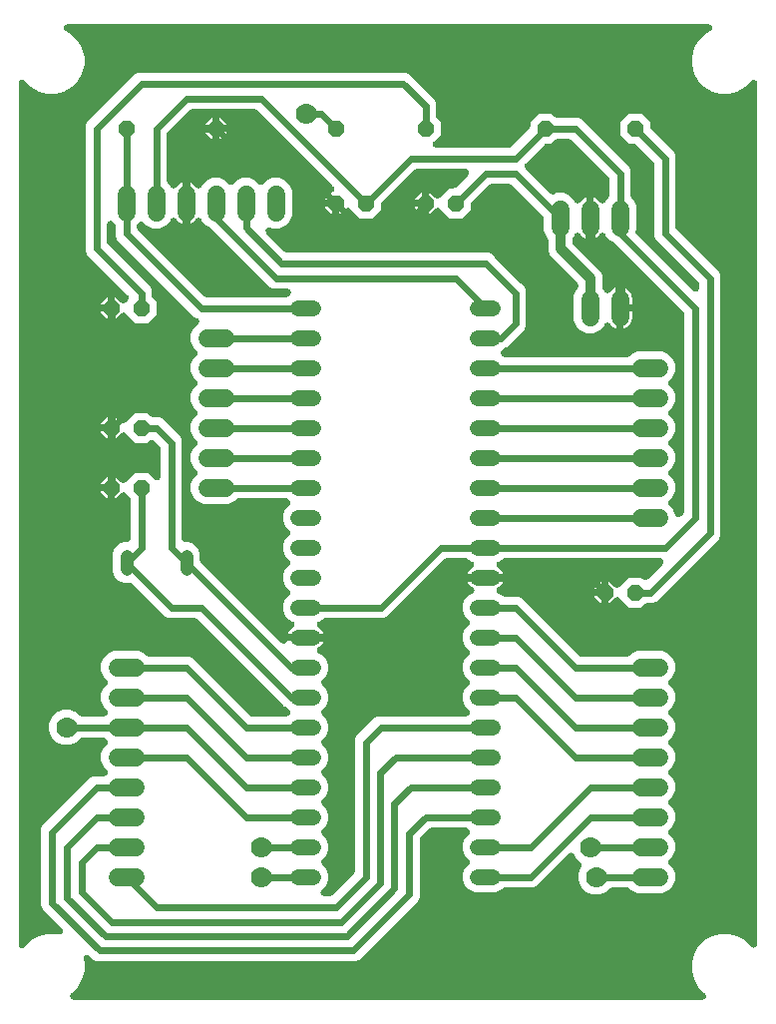
<source format=gbr>
G04 EAGLE Gerber RS-274X export*
G75*
%MOMM*%
%FSLAX34Y34*%
%LPD*%
%INBottom Copper*%
%IPPOS*%
%AMOC8*
5,1,8,0,0,1.08239X$1,22.5*%
G01*
%ADD10P,1.429621X8X22.500000*%
%ADD11C,1.524000*%
%ADD12C,1.320800*%
%ADD13P,1.429621X8X202.500000*%
%ADD14C,1.117600*%
%ADD15C,0.609600*%
%ADD16C,1.778000*%
%ADD17C,0.812800*%

G36*
X590928Y10176D02*
X590928Y10176D01*
X591118Y10184D01*
X591173Y10196D01*
X591230Y10201D01*
X591415Y10246D01*
X591601Y10285D01*
X591654Y10306D01*
X591709Y10319D01*
X591884Y10394D01*
X592061Y10463D01*
X592110Y10492D01*
X592162Y10514D01*
X592322Y10616D01*
X592487Y10712D01*
X592531Y10749D01*
X592578Y10779D01*
X592720Y10905D01*
X592867Y11027D01*
X592904Y11070D01*
X592946Y11108D01*
X593066Y11256D01*
X593191Y11399D01*
X593221Y11447D01*
X593256Y11492D01*
X593350Y11657D01*
X593450Y11819D01*
X593472Y11871D01*
X593500Y11920D01*
X593566Y12099D01*
X593639Y12274D01*
X593652Y12330D01*
X593672Y12383D01*
X593708Y12569D01*
X593752Y12755D01*
X593756Y12811D01*
X593766Y12867D01*
X593772Y13057D01*
X593785Y13247D01*
X593780Y13303D01*
X593782Y13360D01*
X593757Y13549D01*
X593739Y13738D01*
X593725Y13793D01*
X593717Y13849D01*
X593662Y14032D01*
X593614Y14215D01*
X593591Y14267D01*
X593575Y14321D01*
X593491Y14492D01*
X593414Y14666D01*
X593383Y14714D01*
X593358Y14765D01*
X593248Y14920D01*
X593144Y15079D01*
X593105Y15121D01*
X593073Y15167D01*
X592939Y15302D01*
X592810Y15442D01*
X592774Y15469D01*
X592726Y15518D01*
X592513Y15673D01*
X587242Y20944D01*
X583563Y27315D01*
X581659Y34421D01*
X581659Y41779D01*
X583563Y48885D01*
X587242Y55256D01*
X592444Y60458D01*
X598815Y64137D01*
X605921Y66041D01*
X613279Y66041D01*
X620385Y64137D01*
X626756Y60458D01*
X632137Y55077D01*
X632166Y55052D01*
X632192Y55024D01*
X632354Y54893D01*
X632513Y54757D01*
X632546Y54738D01*
X632576Y54714D01*
X632757Y54611D01*
X632936Y54503D01*
X632971Y54489D01*
X633004Y54470D01*
X633200Y54397D01*
X633394Y54320D01*
X633431Y54311D01*
X633467Y54298D01*
X633672Y54258D01*
X633876Y54213D01*
X633914Y54211D01*
X633951Y54203D01*
X634159Y54197D01*
X634368Y54185D01*
X634406Y54189D01*
X634444Y54188D01*
X634651Y54215D01*
X634859Y54237D01*
X634895Y54248D01*
X634933Y54253D01*
X635133Y54313D01*
X635334Y54368D01*
X635369Y54384D01*
X635406Y54395D01*
X635593Y54487D01*
X635783Y54574D01*
X635815Y54595D01*
X635849Y54612D01*
X636018Y54732D01*
X636192Y54849D01*
X636220Y54875D01*
X636251Y54897D01*
X636399Y55044D01*
X636552Y55187D01*
X636575Y55217D01*
X636602Y55244D01*
X636725Y55413D01*
X636852Y55578D01*
X636870Y55612D01*
X636892Y55643D01*
X636986Y55829D01*
X637085Y56013D01*
X637098Y56049D01*
X637115Y56083D01*
X637177Y56282D01*
X637245Y56480D01*
X637251Y56517D01*
X637263Y56554D01*
X637273Y56646D01*
X637328Y56966D01*
X637329Y57138D01*
X637339Y57232D01*
X637339Y787318D01*
X637336Y787356D01*
X637338Y787394D01*
X637316Y787602D01*
X637299Y787810D01*
X637290Y787847D01*
X637286Y787885D01*
X637231Y788086D01*
X637181Y788289D01*
X637166Y788324D01*
X637155Y788361D01*
X637068Y788551D01*
X636986Y788742D01*
X636966Y788774D01*
X636950Y788809D01*
X636833Y788983D01*
X636721Y789158D01*
X636696Y789187D01*
X636674Y789218D01*
X636531Y789371D01*
X636392Y789526D01*
X636363Y789550D01*
X636337Y789578D01*
X636171Y789705D01*
X636008Y789836D01*
X635975Y789855D01*
X635945Y789878D01*
X635761Y789977D01*
X635580Y790080D01*
X635544Y790094D01*
X635510Y790112D01*
X635313Y790179D01*
X635117Y790252D01*
X635080Y790259D01*
X635044Y790272D01*
X634837Y790307D01*
X634633Y790347D01*
X634595Y790348D01*
X634557Y790354D01*
X634348Y790355D01*
X634140Y790362D01*
X634102Y790357D01*
X634064Y790357D01*
X633857Y790325D01*
X633651Y790297D01*
X633614Y790286D01*
X633577Y790281D01*
X633378Y790215D01*
X633179Y790155D01*
X633144Y790138D01*
X633108Y790126D01*
X632923Y790030D01*
X632735Y789938D01*
X632704Y789916D01*
X632670Y789898D01*
X632598Y789840D01*
X632333Y789653D01*
X632211Y789532D01*
X632137Y789473D01*
X626756Y784092D01*
X620385Y780413D01*
X613279Y778509D01*
X605921Y778509D01*
X598815Y780413D01*
X592444Y784092D01*
X587242Y789294D01*
X583563Y795665D01*
X581659Y802771D01*
X581659Y810129D01*
X583563Y817235D01*
X587242Y823606D01*
X592444Y828808D01*
X597545Y831753D01*
X597701Y831861D01*
X597861Y831963D01*
X597903Y832001D01*
X597951Y832033D01*
X598088Y832165D01*
X598229Y832292D01*
X598265Y832336D01*
X598306Y832376D01*
X598420Y832528D01*
X598539Y832676D01*
X598567Y832725D01*
X598601Y832771D01*
X598689Y832940D01*
X598783Y833104D01*
X598803Y833158D01*
X598829Y833208D01*
X598888Y833389D01*
X598954Y833567D01*
X598965Y833623D01*
X598983Y833677D01*
X599013Y833865D01*
X599049Y834051D01*
X599051Y834108D01*
X599060Y834164D01*
X599059Y834355D01*
X599065Y834544D01*
X599057Y834600D01*
X599057Y834658D01*
X599025Y834845D01*
X599000Y835033D01*
X598984Y835088D01*
X598974Y835144D01*
X598912Y835324D01*
X598858Y835506D01*
X598833Y835557D01*
X598814Y835611D01*
X598724Y835778D01*
X598641Y835949D01*
X598608Y835995D01*
X598581Y836045D01*
X598465Y836196D01*
X598355Y836351D01*
X598315Y836392D01*
X598280Y836437D01*
X598142Y836567D01*
X598009Y836702D01*
X597962Y836736D01*
X597921Y836775D01*
X597763Y836881D01*
X597610Y836992D01*
X597559Y837018D01*
X597511Y837050D01*
X597339Y837129D01*
X597169Y837215D01*
X597115Y837232D01*
X597063Y837256D01*
X596880Y837306D01*
X596699Y837363D01*
X596653Y837368D01*
X596587Y837386D01*
X596097Y837438D01*
X596052Y837436D01*
X596021Y837439D01*
X51679Y837439D01*
X51490Y837424D01*
X51300Y837416D01*
X51244Y837404D01*
X51187Y837399D01*
X51003Y837354D01*
X50817Y837315D01*
X50764Y837294D01*
X50708Y837281D01*
X50534Y837206D01*
X50357Y837137D01*
X50307Y837109D01*
X50255Y837086D01*
X50095Y836984D01*
X49931Y836888D01*
X49887Y836852D01*
X49839Y836821D01*
X49697Y836694D01*
X49551Y836573D01*
X49514Y836530D01*
X49471Y836492D01*
X49352Y836345D01*
X49227Y836201D01*
X49197Y836153D01*
X49161Y836108D01*
X49067Y835943D01*
X48967Y835782D01*
X48945Y835729D01*
X48917Y835680D01*
X48851Y835501D01*
X48778Y835326D01*
X48765Y835271D01*
X48746Y835217D01*
X48709Y835031D01*
X48666Y834846D01*
X48662Y834789D01*
X48651Y834733D01*
X48645Y834543D01*
X48632Y834354D01*
X48637Y834297D01*
X48635Y834240D01*
X48660Y834052D01*
X48678Y833863D01*
X48692Y833807D01*
X48700Y833751D01*
X48755Y833569D01*
X48803Y833385D01*
X48826Y833333D01*
X48842Y833279D01*
X48926Y833108D01*
X49003Y832934D01*
X49034Y832887D01*
X49059Y832835D01*
X49169Y832681D01*
X49273Y832522D01*
X49312Y832480D01*
X49345Y832433D01*
X49478Y832298D01*
X49607Y832158D01*
X49643Y832131D01*
X49691Y832082D01*
X50090Y831792D01*
X50130Y831771D01*
X50155Y831753D01*
X55256Y828808D01*
X60458Y823606D01*
X64137Y817235D01*
X66041Y810129D01*
X66041Y802771D01*
X64137Y795665D01*
X60458Y789294D01*
X55256Y784092D01*
X48885Y780413D01*
X41779Y778509D01*
X34421Y778509D01*
X27315Y780413D01*
X20944Y784092D01*
X15689Y789347D01*
X15637Y789428D01*
X15599Y789471D01*
X15567Y789518D01*
X15435Y789655D01*
X15308Y789796D01*
X15264Y789832D01*
X15225Y789873D01*
X15072Y789987D01*
X14924Y790106D01*
X14875Y790134D01*
X14830Y790168D01*
X14661Y790256D01*
X14496Y790350D01*
X14442Y790370D01*
X14392Y790396D01*
X14212Y790456D01*
X14033Y790522D01*
X13977Y790533D01*
X13923Y790550D01*
X13735Y790580D01*
X13549Y790616D01*
X13492Y790618D01*
X13436Y790627D01*
X13245Y790626D01*
X13056Y790632D01*
X13000Y790624D01*
X12943Y790624D01*
X12755Y790592D01*
X12567Y790567D01*
X12512Y790551D01*
X12456Y790541D01*
X12276Y790480D01*
X12094Y790425D01*
X12043Y790400D01*
X11990Y790381D01*
X11822Y790291D01*
X11651Y790208D01*
X11605Y790175D01*
X11555Y790148D01*
X11404Y790033D01*
X11249Y789922D01*
X11209Y789883D01*
X11163Y789848D01*
X11033Y789709D01*
X10898Y789576D01*
X10865Y789530D01*
X10826Y789488D01*
X10719Y789330D01*
X10608Y789177D01*
X10582Y789126D01*
X10550Y789079D01*
X10471Y788906D01*
X10385Y788737D01*
X10368Y788682D01*
X10345Y788631D01*
X10294Y788448D01*
X10237Y788266D01*
X10232Y788221D01*
X10214Y788155D01*
X10162Y787664D01*
X10164Y787619D01*
X10161Y787588D01*
X10161Y56962D01*
X10176Y56772D01*
X10184Y56582D01*
X10196Y56527D01*
X10201Y56470D01*
X10247Y56285D01*
X10285Y56099D01*
X10306Y56046D01*
X10319Y55991D01*
X10394Y55816D01*
X10463Y55639D01*
X10491Y55590D01*
X10514Y55538D01*
X10616Y55378D01*
X10712Y55213D01*
X10748Y55170D01*
X10779Y55122D01*
X10906Y54980D01*
X11027Y54834D01*
X11070Y54796D01*
X11108Y54754D01*
X11255Y54634D01*
X11399Y54510D01*
X11447Y54479D01*
X11492Y54444D01*
X11656Y54350D01*
X11818Y54250D01*
X11871Y54228D01*
X11920Y54200D01*
X12099Y54134D01*
X12274Y54061D01*
X12329Y54048D01*
X12383Y54028D01*
X12569Y53992D01*
X12754Y53948D01*
X12811Y53944D01*
X12867Y53934D01*
X13057Y53928D01*
X13247Y53915D01*
X13303Y53920D01*
X13360Y53918D01*
X13548Y53943D01*
X13738Y53961D01*
X13793Y53975D01*
X13849Y53983D01*
X14031Y54038D01*
X14215Y54086D01*
X14267Y54109D01*
X14321Y54125D01*
X14492Y54209D01*
X14666Y54286D01*
X14713Y54317D01*
X14765Y54342D01*
X14920Y54452D01*
X15079Y54556D01*
X15121Y54595D01*
X15167Y54628D01*
X15302Y54761D01*
X15442Y54890D01*
X15469Y54926D01*
X15518Y54974D01*
X15673Y55187D01*
X20944Y60458D01*
X27315Y64137D01*
X34421Y66041D01*
X41778Y66041D01*
X44268Y65374D01*
X44455Y65340D01*
X44640Y65298D01*
X44697Y65295D01*
X44753Y65285D01*
X44943Y65281D01*
X45133Y65271D01*
X45189Y65277D01*
X45246Y65276D01*
X45435Y65303D01*
X45623Y65323D01*
X45678Y65338D01*
X45735Y65346D01*
X45916Y65403D01*
X46099Y65454D01*
X46151Y65477D01*
X46205Y65495D01*
X46375Y65580D01*
X46547Y65659D01*
X46595Y65691D01*
X46646Y65717D01*
X46799Y65829D01*
X46957Y65935D01*
X46998Y65974D01*
X47044Y66007D01*
X47178Y66143D01*
X47316Y66273D01*
X47351Y66318D01*
X47391Y66358D01*
X47501Y66514D01*
X47616Y66664D01*
X47643Y66714D01*
X47676Y66761D01*
X47760Y66932D01*
X47850Y67099D01*
X47868Y67153D01*
X47893Y67204D01*
X47948Y67386D01*
X48010Y67565D01*
X48019Y67622D01*
X48036Y67676D01*
X48060Y67864D01*
X48092Y68052D01*
X48093Y68109D01*
X48100Y68165D01*
X48094Y68355D01*
X48095Y68545D01*
X48086Y68602D01*
X48085Y68658D01*
X48048Y68845D01*
X48019Y69032D01*
X48001Y69087D01*
X47990Y69143D01*
X47924Y69321D01*
X47864Y69501D01*
X47838Y69552D01*
X47818Y69605D01*
X47724Y69770D01*
X47637Y69939D01*
X47608Y69974D01*
X47574Y70034D01*
X47264Y70418D01*
X47231Y70448D01*
X47211Y70472D01*
X30855Y86828D01*
X29463Y90189D01*
X29463Y148748D01*
X29462Y148758D01*
X29463Y148768D01*
X29443Y149003D01*
X29423Y149240D01*
X29421Y149250D01*
X29420Y149259D01*
X29409Y149298D01*
X29305Y149719D01*
X29253Y149839D01*
X29231Y149915D01*
X28955Y150581D01*
X28955Y154219D01*
X30347Y157580D01*
X33348Y160581D01*
X33349Y160581D01*
X71020Y198253D01*
X74381Y199645D01*
X82464Y199645D01*
X82578Y199654D01*
X82692Y199653D01*
X82824Y199674D01*
X82956Y199685D01*
X83067Y199712D01*
X83179Y199730D01*
X83306Y199771D01*
X83435Y199803D01*
X83540Y199848D01*
X83648Y199884D01*
X83766Y199946D01*
X83888Y199998D01*
X83984Y200059D01*
X84086Y200112D01*
X84159Y200171D01*
X84304Y200263D01*
X84546Y200479D01*
X84619Y200537D01*
X85127Y201045D01*
X85176Y201103D01*
X85232Y201156D01*
X85336Y201291D01*
X85446Y201421D01*
X85486Y201486D01*
X85532Y201547D01*
X85613Y201697D01*
X85701Y201844D01*
X85729Y201915D01*
X85765Y201982D01*
X85821Y202143D01*
X85884Y202302D01*
X85900Y202376D01*
X85925Y202448D01*
X85954Y202617D01*
X85991Y202784D01*
X85995Y202860D01*
X86008Y202935D01*
X86009Y203106D01*
X86018Y203276D01*
X86010Y203352D01*
X86011Y203428D01*
X85984Y203597D01*
X85966Y203767D01*
X85946Y203840D01*
X85934Y203915D01*
X85881Y204078D01*
X85836Y204242D01*
X85804Y204312D01*
X85780Y204384D01*
X85701Y204535D01*
X85630Y204691D01*
X85587Y204754D01*
X85552Y204822D01*
X85486Y204904D01*
X85354Y205100D01*
X85193Y205272D01*
X85127Y205355D01*
X82351Y208130D01*
X80263Y213172D01*
X80263Y218628D01*
X82352Y223670D01*
X85127Y226445D01*
X85176Y226503D01*
X85232Y226556D01*
X85336Y226691D01*
X85446Y226821D01*
X85486Y226886D01*
X85532Y226947D01*
X85613Y227097D01*
X85701Y227244D01*
X85729Y227315D01*
X85765Y227382D01*
X85821Y227543D01*
X85884Y227702D01*
X85901Y227776D01*
X85925Y227848D01*
X85954Y228017D01*
X85991Y228184D01*
X85995Y228260D01*
X86008Y228335D01*
X86009Y228505D01*
X86018Y228676D01*
X86010Y228752D01*
X86011Y228828D01*
X85984Y228997D01*
X85966Y229167D01*
X85946Y229240D01*
X85934Y229315D01*
X85881Y229478D01*
X85836Y229642D01*
X85804Y229712D01*
X85780Y229784D01*
X85701Y229936D01*
X85630Y230091D01*
X85587Y230154D01*
X85552Y230222D01*
X85486Y230304D01*
X85354Y230500D01*
X85193Y230672D01*
X85127Y230755D01*
X84619Y231263D01*
X84532Y231337D01*
X84452Y231418D01*
X84344Y231496D01*
X84243Y231582D01*
X84145Y231641D01*
X84053Y231708D01*
X83934Y231768D01*
X83820Y231837D01*
X83714Y231879D01*
X83612Y231931D01*
X83486Y231971D01*
X83362Y232020D01*
X83251Y232045D01*
X83142Y232079D01*
X83048Y232089D01*
X82881Y232127D01*
X82556Y232145D01*
X82464Y232155D01*
X64112Y232155D01*
X63998Y232146D01*
X63884Y232147D01*
X63753Y232126D01*
X63620Y232115D01*
X63509Y232088D01*
X63397Y232070D01*
X63270Y232029D01*
X63141Y231997D01*
X63037Y231952D01*
X62928Y231916D01*
X62810Y231854D01*
X62688Y231802D01*
X62592Y231741D01*
X62490Y231688D01*
X62417Y231629D01*
X62272Y231537D01*
X62030Y231321D01*
X61957Y231263D01*
X59289Y228595D01*
X53781Y226313D01*
X47819Y226313D01*
X42311Y228595D01*
X38095Y232811D01*
X35813Y238319D01*
X35813Y244281D01*
X38095Y249789D01*
X42311Y254005D01*
X47819Y256287D01*
X53781Y256287D01*
X59289Y254005D01*
X61957Y251337D01*
X62044Y251263D01*
X62124Y251182D01*
X62232Y251104D01*
X62333Y251018D01*
X62431Y250959D01*
X62523Y250892D01*
X62642Y250832D01*
X62756Y250763D01*
X62862Y250721D01*
X62964Y250669D01*
X63091Y250629D01*
X63214Y250580D01*
X63325Y250555D01*
X63434Y250521D01*
X63528Y250511D01*
X63695Y250473D01*
X64020Y250455D01*
X64112Y250445D01*
X82464Y250445D01*
X82578Y250454D01*
X82692Y250453D01*
X82824Y250474D01*
X82956Y250485D01*
X83067Y250512D01*
X83179Y250530D01*
X83306Y250571D01*
X83435Y250603D01*
X83540Y250648D01*
X83648Y250684D01*
X83766Y250746D01*
X83888Y250798D01*
X83984Y250859D01*
X84086Y250912D01*
X84159Y250971D01*
X84304Y251063D01*
X84546Y251279D01*
X84619Y251337D01*
X85127Y251845D01*
X85176Y251903D01*
X85232Y251956D01*
X85336Y252091D01*
X85446Y252221D01*
X85486Y252286D01*
X85532Y252347D01*
X85613Y252497D01*
X85701Y252644D01*
X85729Y252715D01*
X85765Y252782D01*
X85821Y252943D01*
X85884Y253102D01*
X85900Y253176D01*
X85925Y253248D01*
X85954Y253417D01*
X85991Y253584D01*
X85995Y253660D01*
X86008Y253735D01*
X86009Y253906D01*
X86018Y254076D01*
X86010Y254152D01*
X86011Y254228D01*
X85984Y254397D01*
X85966Y254567D01*
X85946Y254640D01*
X85934Y254715D01*
X85881Y254878D01*
X85836Y255042D01*
X85804Y255112D01*
X85780Y255184D01*
X85701Y255335D01*
X85630Y255491D01*
X85587Y255554D01*
X85552Y255622D01*
X85486Y255704D01*
X85354Y255900D01*
X85193Y256072D01*
X85127Y256155D01*
X82351Y258930D01*
X80263Y263972D01*
X80263Y269428D01*
X82352Y274470D01*
X85127Y277245D01*
X85176Y277303D01*
X85232Y277356D01*
X85336Y277491D01*
X85446Y277621D01*
X85486Y277686D01*
X85532Y277747D01*
X85613Y277897D01*
X85701Y278044D01*
X85729Y278115D01*
X85765Y278182D01*
X85821Y278343D01*
X85884Y278502D01*
X85900Y278576D01*
X85925Y278648D01*
X85954Y278817D01*
X85991Y278984D01*
X85995Y279060D01*
X86008Y279135D01*
X86009Y279306D01*
X86018Y279476D01*
X86010Y279552D01*
X86011Y279628D01*
X85984Y279797D01*
X85966Y279967D01*
X85946Y280040D01*
X85934Y280115D01*
X85881Y280278D01*
X85836Y280442D01*
X85804Y280512D01*
X85780Y280584D01*
X85701Y280735D01*
X85630Y280891D01*
X85587Y280954D01*
X85552Y281022D01*
X85486Y281104D01*
X85354Y281300D01*
X85193Y281472D01*
X85127Y281555D01*
X82351Y284330D01*
X80263Y289372D01*
X80263Y294828D01*
X82352Y299870D01*
X86210Y303728D01*
X91252Y305817D01*
X111948Y305817D01*
X116990Y303728D01*
X118581Y302137D01*
X118668Y302063D01*
X118748Y301982D01*
X118856Y301904D01*
X118957Y301818D01*
X119055Y301759D01*
X119147Y301692D01*
X119266Y301632D01*
X119380Y301563D01*
X119486Y301521D01*
X119588Y301469D01*
X119714Y301429D01*
X119838Y301380D01*
X119949Y301355D01*
X120058Y301321D01*
X120152Y301311D01*
X120319Y301273D01*
X120644Y301255D01*
X120736Y301245D01*
X154219Y301245D01*
X157580Y299853D01*
X206095Y251337D01*
X206182Y251263D01*
X206263Y251182D01*
X206370Y251104D01*
X206471Y251018D01*
X206569Y250959D01*
X206661Y250892D01*
X206780Y250832D01*
X206894Y250763D01*
X207000Y250721D01*
X207102Y250669D01*
X207229Y250629D01*
X207352Y250580D01*
X207463Y250555D01*
X207572Y250521D01*
X207666Y250511D01*
X207834Y250473D01*
X208158Y250455D01*
X208250Y250445D01*
X237317Y250445D01*
X237431Y250454D01*
X237545Y250453D01*
X237676Y250474D01*
X237809Y250485D01*
X237919Y250512D01*
X238032Y250530D01*
X238159Y250571D01*
X238288Y250603D01*
X238392Y250648D01*
X238501Y250684D01*
X238619Y250746D01*
X238741Y250798D01*
X238837Y250859D01*
X238939Y250912D01*
X239012Y250971D01*
X239157Y251063D01*
X239399Y251279D01*
X239472Y251337D01*
X239980Y251845D01*
X240029Y251903D01*
X240085Y251956D01*
X240188Y252091D01*
X240299Y252221D01*
X240339Y252287D01*
X240385Y252347D01*
X240466Y252497D01*
X240554Y252644D01*
X240582Y252715D01*
X240618Y252782D01*
X240674Y252943D01*
X240737Y253102D01*
X240753Y253176D01*
X240778Y253248D01*
X240807Y253417D01*
X240844Y253584D01*
X240848Y253660D01*
X240861Y253735D01*
X240862Y253906D01*
X240871Y254076D01*
X240863Y254152D01*
X240864Y254228D01*
X240837Y254397D01*
X240819Y254567D01*
X240799Y254640D01*
X240787Y254715D01*
X240734Y254878D01*
X240688Y255042D01*
X240657Y255112D01*
X240633Y255184D01*
X240554Y255336D01*
X240483Y255491D01*
X240440Y255554D01*
X240405Y255622D01*
X240339Y255704D01*
X240207Y255900D01*
X240045Y256072D01*
X239980Y256155D01*
X238370Y257764D01*
X238363Y257771D01*
X238356Y257778D01*
X238177Y257929D01*
X237994Y258084D01*
X237986Y258089D01*
X237978Y258095D01*
X237944Y258114D01*
X237572Y258338D01*
X237450Y258387D01*
X237382Y258425D01*
X236120Y258947D01*
X162205Y332863D01*
X162118Y332937D01*
X162037Y333018D01*
X161930Y333096D01*
X161829Y333182D01*
X161731Y333241D01*
X161639Y333308D01*
X161520Y333368D01*
X161406Y333437D01*
X161300Y333479D01*
X161198Y333531D01*
X161071Y333571D01*
X160948Y333620D01*
X160837Y333645D01*
X160728Y333679D01*
X160634Y333689D01*
X160466Y333727D01*
X160142Y333745D01*
X160050Y333755D01*
X137881Y333755D01*
X134520Y335147D01*
X131519Y338149D01*
X106789Y362878D01*
X106623Y363020D01*
X106459Y363164D01*
X106435Y363179D01*
X106414Y363197D01*
X106226Y363310D01*
X106042Y363426D01*
X106015Y363437D01*
X105991Y363452D01*
X105789Y363533D01*
X105587Y363618D01*
X105559Y363625D01*
X105533Y363635D01*
X105321Y363682D01*
X105107Y363734D01*
X105079Y363736D01*
X105051Y363742D01*
X104833Y363754D01*
X104615Y363770D01*
X104587Y363768D01*
X104559Y363770D01*
X104342Y363746D01*
X104124Y363727D01*
X99276Y363727D01*
X94981Y365506D01*
X91694Y368793D01*
X89915Y373088D01*
X89915Y388912D01*
X91694Y393207D01*
X94981Y396494D01*
X99276Y398273D01*
X102108Y398273D01*
X102184Y398279D01*
X102260Y398277D01*
X102429Y398299D01*
X102600Y398313D01*
X102674Y398331D01*
X102749Y398341D01*
X102913Y398390D01*
X103079Y398431D01*
X103148Y398461D01*
X103222Y398483D01*
X103375Y398559D01*
X103532Y398626D01*
X103596Y398667D01*
X103665Y398700D01*
X103804Y398799D01*
X103948Y398891D01*
X104005Y398942D01*
X104067Y398986D01*
X104188Y399106D01*
X104316Y399220D01*
X104364Y399279D01*
X104418Y399333D01*
X104519Y399471D01*
X104626Y399604D01*
X104663Y399670D01*
X104708Y399731D01*
X104785Y399884D01*
X104870Y400032D01*
X104896Y400104D01*
X104931Y400172D01*
X104982Y400335D01*
X105041Y400495D01*
X105056Y400570D01*
X105079Y400642D01*
X105091Y400747D01*
X105136Y400979D01*
X105143Y401215D01*
X105155Y401320D01*
X105155Y434421D01*
X105146Y434535D01*
X105147Y434649D01*
X105126Y434780D01*
X105115Y434913D01*
X105088Y435023D01*
X105070Y435136D01*
X105029Y435263D01*
X104997Y435392D01*
X104952Y435496D01*
X104916Y435605D01*
X104854Y435723D01*
X104802Y435845D01*
X104741Y435941D01*
X104688Y436043D01*
X104629Y436116D01*
X104537Y436261D01*
X104321Y436503D01*
X104263Y436576D01*
X101240Y439598D01*
X101182Y439647D01*
X101130Y439703D01*
X100994Y439807D01*
X100864Y439918D01*
X100799Y439957D01*
X100739Y440003D01*
X100588Y440084D01*
X100442Y440172D01*
X100371Y440201D01*
X100304Y440237D01*
X100142Y440292D01*
X99984Y440355D01*
X99909Y440372D01*
X99837Y440397D01*
X99669Y440425D01*
X99502Y440462D01*
X99426Y440466D01*
X99351Y440479D01*
X99180Y440480D01*
X99009Y440490D01*
X98934Y440482D01*
X98857Y440482D01*
X98688Y440456D01*
X98519Y440438D01*
X98446Y440417D01*
X98370Y440406D01*
X98208Y440352D01*
X98043Y440307D01*
X97974Y440275D01*
X97902Y440251D01*
X97750Y440172D01*
X97595Y440101D01*
X97532Y440059D01*
X97464Y440023D01*
X97382Y439958D01*
X97185Y439826D01*
X97013Y439664D01*
X96931Y439598D01*
X92688Y435355D01*
X91947Y435355D01*
X91947Y444500D01*
X91947Y453645D01*
X92688Y453645D01*
X96931Y449402D01*
X96989Y449352D01*
X97041Y449297D01*
X97176Y449193D01*
X97307Y449082D01*
X97372Y449043D01*
X97432Y448997D01*
X97583Y448916D01*
X97729Y448828D01*
X97800Y448799D01*
X97867Y448763D01*
X98029Y448708D01*
X98187Y448645D01*
X98262Y448628D01*
X98334Y448603D01*
X98502Y448575D01*
X98669Y448538D01*
X98745Y448534D01*
X98820Y448521D01*
X98991Y448520D01*
X99162Y448510D01*
X99237Y448518D01*
X99314Y448518D01*
X99482Y448544D01*
X99652Y448562D01*
X99725Y448583D01*
X99801Y448594D01*
X99963Y448648D01*
X100128Y448693D01*
X100197Y448725D01*
X100269Y448749D01*
X100421Y448828D01*
X100576Y448899D01*
X100640Y448941D01*
X100707Y448977D01*
X100789Y449042D01*
X100986Y449174D01*
X101158Y449336D01*
X101240Y449402D01*
X109039Y457201D01*
X119561Y457201D01*
X125353Y451408D01*
X125382Y451384D01*
X125408Y451355D01*
X125570Y451224D01*
X125729Y451089D01*
X125762Y451069D01*
X125792Y451045D01*
X125973Y450942D01*
X126152Y450834D01*
X126187Y450820D01*
X126220Y450801D01*
X126416Y450728D01*
X126610Y450651D01*
X126647Y450643D01*
X126683Y450630D01*
X126888Y450590D01*
X127092Y450544D01*
X127130Y450542D01*
X127167Y450535D01*
X127375Y450528D01*
X127584Y450517D01*
X127622Y450521D01*
X127660Y450520D01*
X127867Y450547D01*
X128075Y450569D01*
X128111Y450579D01*
X128149Y450584D01*
X128349Y450644D01*
X128550Y450700D01*
X128585Y450715D01*
X128622Y450726D01*
X128809Y450818D01*
X128999Y450905D01*
X129031Y450927D01*
X129065Y450943D01*
X129234Y451064D01*
X129408Y451181D01*
X129436Y451207D01*
X129467Y451229D01*
X129615Y451375D01*
X129768Y451518D01*
X129791Y451549D01*
X129818Y451575D01*
X129941Y451744D01*
X130068Y451910D01*
X130086Y451943D01*
X130108Y451974D01*
X130202Y452160D01*
X130301Y452345D01*
X130314Y452381D01*
X130331Y452415D01*
X130393Y452613D01*
X130461Y452811D01*
X130467Y452849D01*
X130479Y452885D01*
X130489Y452978D01*
X130544Y453298D01*
X130545Y453470D01*
X130555Y453563D01*
X130555Y477550D01*
X130546Y477664D01*
X130547Y477778D01*
X130526Y477909D01*
X130515Y478042D01*
X130488Y478152D01*
X130470Y478265D01*
X130429Y478392D01*
X130397Y478520D01*
X130352Y478625D01*
X130316Y478734D01*
X130254Y478852D01*
X130202Y478974D01*
X130141Y479070D01*
X130088Y479171D01*
X130029Y479245D01*
X129937Y479390D01*
X129721Y479632D01*
X129663Y479705D01*
X125319Y484048D01*
X125261Y484097D01*
X125209Y484153D01*
X125073Y484257D01*
X124943Y484368D01*
X124878Y484407D01*
X124818Y484453D01*
X124667Y484534D01*
X124521Y484622D01*
X124450Y484651D01*
X124383Y484687D01*
X124221Y484742D01*
X124063Y484805D01*
X123988Y484822D01*
X123916Y484847D01*
X123748Y484875D01*
X123581Y484912D01*
X123505Y484916D01*
X123430Y484929D01*
X123259Y484930D01*
X123088Y484940D01*
X123013Y484932D01*
X122936Y484932D01*
X122767Y484906D01*
X122598Y484888D01*
X122524Y484867D01*
X122449Y484856D01*
X122287Y484802D01*
X122122Y484757D01*
X122053Y484725D01*
X121980Y484701D01*
X121829Y484622D01*
X121674Y484551D01*
X121610Y484509D01*
X121543Y484473D01*
X121461Y484408D01*
X121264Y484276D01*
X121092Y484114D01*
X121010Y484048D01*
X119561Y482599D01*
X109039Y482599D01*
X101240Y490398D01*
X101182Y490447D01*
X101130Y490503D01*
X100994Y490607D01*
X100864Y490718D01*
X100799Y490757D01*
X100739Y490803D01*
X100588Y490884D01*
X100442Y490972D01*
X100371Y491001D01*
X100304Y491037D01*
X100142Y491092D01*
X99984Y491155D01*
X99909Y491172D01*
X99837Y491197D01*
X99669Y491225D01*
X99502Y491262D01*
X99426Y491266D01*
X99351Y491279D01*
X99180Y491280D01*
X99009Y491290D01*
X98934Y491282D01*
X98857Y491282D01*
X98688Y491256D01*
X98519Y491238D01*
X98446Y491217D01*
X98370Y491206D01*
X98208Y491152D01*
X98043Y491107D01*
X97974Y491075D01*
X97902Y491051D01*
X97750Y490972D01*
X97595Y490901D01*
X97532Y490859D01*
X97464Y490823D01*
X97382Y490758D01*
X97185Y490626D01*
X97013Y490464D01*
X96931Y490398D01*
X92688Y486155D01*
X91947Y486155D01*
X91947Y495300D01*
X91947Y504445D01*
X92688Y504445D01*
X96931Y500202D01*
X96989Y500152D01*
X97041Y500097D01*
X97176Y499993D01*
X97307Y499882D01*
X97372Y499843D01*
X97432Y499797D01*
X97583Y499716D01*
X97729Y499628D01*
X97800Y499599D01*
X97867Y499563D01*
X98029Y499508D01*
X98187Y499445D01*
X98262Y499428D01*
X98334Y499403D01*
X98502Y499375D01*
X98669Y499338D01*
X98745Y499334D01*
X98820Y499321D01*
X98991Y499320D01*
X99162Y499310D01*
X99237Y499318D01*
X99314Y499318D01*
X99482Y499344D01*
X99652Y499362D01*
X99725Y499383D01*
X99801Y499394D01*
X99963Y499448D01*
X100128Y499493D01*
X100197Y499525D01*
X100269Y499549D01*
X100421Y499628D01*
X100576Y499699D01*
X100640Y499741D01*
X100707Y499777D01*
X100789Y499842D01*
X100986Y499974D01*
X101158Y500136D01*
X101240Y500202D01*
X109039Y508001D01*
X119561Y508001D01*
X122224Y505337D01*
X122311Y505263D01*
X122392Y505182D01*
X122499Y505104D01*
X122600Y505018D01*
X122698Y504959D01*
X122790Y504892D01*
X122909Y504832D01*
X123023Y504763D01*
X123129Y504721D01*
X123231Y504669D01*
X123358Y504629D01*
X123481Y504580D01*
X123592Y504555D01*
X123701Y504521D01*
X123795Y504511D01*
X123963Y504473D01*
X124287Y504455D01*
X124379Y504445D01*
X128819Y504445D01*
X132180Y503053D01*
X147453Y487780D01*
X148845Y484419D01*
X148845Y401320D01*
X148851Y401244D01*
X148849Y401168D01*
X148871Y400999D01*
X148885Y400828D01*
X148903Y400754D01*
X148913Y400679D01*
X148962Y400515D01*
X149003Y400349D01*
X149033Y400280D01*
X149055Y400206D01*
X149131Y400053D01*
X149198Y399896D01*
X149239Y399832D01*
X149272Y399763D01*
X149371Y399624D01*
X149463Y399480D01*
X149514Y399423D01*
X149558Y399361D01*
X149678Y399240D01*
X149792Y399112D01*
X149851Y399064D01*
X149905Y399010D01*
X150043Y398909D01*
X150176Y398802D01*
X150242Y398765D01*
X150303Y398720D01*
X150456Y398643D01*
X150604Y398558D01*
X150676Y398532D01*
X150744Y398497D01*
X150907Y398446D01*
X151067Y398387D01*
X151142Y398372D01*
X151214Y398349D01*
X151319Y398337D01*
X151551Y398292D01*
X151787Y398285D01*
X151892Y398273D01*
X154724Y398273D01*
X159019Y396494D01*
X162306Y393207D01*
X164085Y388912D01*
X164085Y383510D01*
X164094Y383396D01*
X164093Y383282D01*
X164114Y383151D01*
X164125Y383018D01*
X164152Y382908D01*
X164170Y382795D01*
X164211Y382668D01*
X164243Y382540D01*
X164288Y382435D01*
X164324Y382326D01*
X164386Y382208D01*
X164438Y382086D01*
X164499Y381990D01*
X164552Y381889D01*
X164611Y381815D01*
X164703Y381670D01*
X164919Y381428D01*
X164977Y381355D01*
X233257Y313076D01*
X233280Y313056D01*
X233300Y313033D01*
X233468Y312897D01*
X233633Y312756D01*
X233659Y312740D01*
X233683Y312721D01*
X233869Y312614D01*
X234055Y312502D01*
X234084Y312490D01*
X234110Y312475D01*
X234313Y312399D01*
X234513Y312319D01*
X234543Y312312D01*
X234572Y312301D01*
X234784Y312259D01*
X234995Y312212D01*
X235026Y312210D01*
X235055Y312204D01*
X235271Y312196D01*
X235488Y312184D01*
X235518Y312187D01*
X235548Y312186D01*
X235763Y312214D01*
X235978Y312236D01*
X236007Y312244D01*
X236038Y312248D01*
X236246Y312310D01*
X236454Y312367D01*
X236482Y312380D01*
X236511Y312388D01*
X236705Y312482D01*
X236902Y312573D01*
X236928Y312590D01*
X236955Y312603D01*
X237132Y312727D01*
X237312Y312848D01*
X237334Y312869D01*
X237359Y312887D01*
X237514Y313038D01*
X237671Y313186D01*
X237690Y313210D01*
X237712Y313232D01*
X237840Y313406D01*
X237971Y313577D01*
X237986Y313604D01*
X238004Y313629D01*
X238102Y313821D01*
X238205Y314012D01*
X238215Y314041D01*
X238228Y314068D01*
X238294Y314274D01*
X238356Y314453D01*
X254000Y314453D01*
X269229Y314453D01*
X269079Y313990D01*
X268425Y312707D01*
X267579Y311543D01*
X266561Y310525D01*
X265397Y309679D01*
X264989Y309471D01*
X264848Y309384D01*
X264703Y309305D01*
X264639Y309255D01*
X264569Y309212D01*
X264444Y309104D01*
X264314Y309003D01*
X264259Y308943D01*
X264197Y308889D01*
X264091Y308762D01*
X263978Y308641D01*
X263933Y308573D01*
X263881Y308510D01*
X263797Y308367D01*
X263706Y308230D01*
X263672Y308156D01*
X263631Y308085D01*
X263571Y307931D01*
X263503Y307780D01*
X263482Y307701D01*
X263452Y307625D01*
X263418Y307463D01*
X263375Y307304D01*
X263367Y307223D01*
X263350Y307142D01*
X263342Y306977D01*
X263326Y306813D01*
X263331Y306731D01*
X263327Y306650D01*
X263347Y306485D01*
X263357Y306320D01*
X263375Y306241D01*
X263384Y306160D01*
X263430Y306001D01*
X263467Y305839D01*
X263497Y305764D01*
X263520Y305685D01*
X263590Y305536D01*
X263653Y305382D01*
X263695Y305313D01*
X263730Y305239D01*
X263824Y305103D01*
X263910Y304962D01*
X263963Y304900D01*
X264009Y304832D01*
X264124Y304713D01*
X264232Y304588D01*
X264294Y304535D01*
X264351Y304476D01*
X264483Y304377D01*
X264610Y304271D01*
X264665Y304240D01*
X264745Y304180D01*
X265182Y303951D01*
X265197Y303946D01*
X265207Y303941D01*
X267798Y302867D01*
X271371Y299294D01*
X273305Y294626D01*
X273305Y289574D01*
X271371Y284906D01*
X268020Y281555D01*
X267971Y281497D01*
X267915Y281445D01*
X267812Y281309D01*
X267701Y281179D01*
X267661Y281113D01*
X267615Y281053D01*
X267534Y280903D01*
X267446Y280756D01*
X267418Y280686D01*
X267382Y280618D01*
X267326Y280457D01*
X267263Y280298D01*
X267247Y280224D01*
X267222Y280152D01*
X267193Y279983D01*
X267156Y279817D01*
X267152Y279740D01*
X267139Y279665D01*
X267138Y279494D01*
X267129Y279324D01*
X267137Y279248D01*
X267136Y279172D01*
X267163Y279003D01*
X267181Y278833D01*
X267201Y278760D01*
X267213Y278685D01*
X267266Y278522D01*
X267312Y278358D01*
X267343Y278288D01*
X267367Y278216D01*
X267446Y278064D01*
X267517Y277909D01*
X267560Y277846D01*
X267595Y277778D01*
X267661Y277696D01*
X267793Y277500D01*
X267955Y277327D01*
X268020Y277245D01*
X271371Y273894D01*
X273305Y269226D01*
X273305Y264174D01*
X271371Y259506D01*
X268020Y256155D01*
X267971Y256097D01*
X267915Y256045D01*
X267812Y255909D01*
X267701Y255779D01*
X267661Y255713D01*
X267615Y255653D01*
X267534Y255503D01*
X267446Y255356D01*
X267418Y255286D01*
X267382Y255218D01*
X267326Y255057D01*
X267263Y254898D01*
X267247Y254824D01*
X267222Y254752D01*
X267193Y254583D01*
X267156Y254417D01*
X267152Y254340D01*
X267139Y254265D01*
X267138Y254094D01*
X267129Y253924D01*
X267137Y253848D01*
X267136Y253772D01*
X267163Y253603D01*
X267181Y253433D01*
X267201Y253360D01*
X267213Y253285D01*
X267266Y253122D01*
X267312Y252958D01*
X267343Y252888D01*
X267367Y252816D01*
X267446Y252664D01*
X267517Y252509D01*
X267560Y252446D01*
X267595Y252378D01*
X267661Y252296D01*
X267793Y252100D01*
X267889Y251997D01*
X267900Y251982D01*
X267959Y251922D01*
X268020Y251845D01*
X271371Y248494D01*
X273305Y243826D01*
X273305Y238774D01*
X271371Y234106D01*
X268020Y230755D01*
X267971Y230697D01*
X267915Y230645D01*
X267812Y230509D01*
X267701Y230379D01*
X267661Y230313D01*
X267615Y230253D01*
X267534Y230103D01*
X267446Y229956D01*
X267418Y229886D01*
X267382Y229818D01*
X267326Y229657D01*
X267263Y229498D01*
X267247Y229424D01*
X267222Y229352D01*
X267193Y229183D01*
X267156Y229017D01*
X267152Y228940D01*
X267139Y228865D01*
X267138Y228694D01*
X267129Y228524D01*
X267137Y228448D01*
X267136Y228372D01*
X267163Y228203D01*
X267181Y228033D01*
X267201Y227960D01*
X267213Y227885D01*
X267266Y227722D01*
X267312Y227558D01*
X267343Y227488D01*
X267367Y227416D01*
X267446Y227264D01*
X267517Y227109D01*
X267560Y227046D01*
X267595Y226978D01*
X267661Y226896D01*
X267793Y226700D01*
X267955Y226527D01*
X268020Y226445D01*
X271371Y223094D01*
X273305Y218426D01*
X273305Y213374D01*
X271371Y208706D01*
X268020Y205355D01*
X267971Y205297D01*
X267915Y205245D01*
X267812Y205109D01*
X267701Y204979D01*
X267661Y204913D01*
X267615Y204853D01*
X267534Y204703D01*
X267446Y204556D01*
X267418Y204486D01*
X267382Y204418D01*
X267326Y204257D01*
X267263Y204098D01*
X267247Y204024D01*
X267222Y203952D01*
X267193Y203783D01*
X267156Y203617D01*
X267152Y203540D01*
X267139Y203465D01*
X267138Y203294D01*
X267129Y203124D01*
X267137Y203048D01*
X267136Y202972D01*
X267163Y202803D01*
X267181Y202633D01*
X267201Y202560D01*
X267213Y202485D01*
X267266Y202322D01*
X267312Y202158D01*
X267343Y202088D01*
X267367Y202016D01*
X267446Y201864D01*
X267517Y201709D01*
X267560Y201646D01*
X267595Y201578D01*
X267661Y201496D01*
X267793Y201300D01*
X267955Y201127D01*
X268020Y201045D01*
X271371Y197694D01*
X273305Y193026D01*
X273305Y187974D01*
X271371Y183306D01*
X268020Y179955D01*
X267971Y179897D01*
X267915Y179845D01*
X267812Y179709D01*
X267701Y179579D01*
X267661Y179513D01*
X267615Y179453D01*
X267534Y179303D01*
X267446Y179156D01*
X267418Y179086D01*
X267382Y179018D01*
X267326Y178857D01*
X267263Y178698D01*
X267247Y178624D01*
X267222Y178552D01*
X267193Y178383D01*
X267156Y178217D01*
X267152Y178140D01*
X267139Y178065D01*
X267138Y177894D01*
X267129Y177724D01*
X267137Y177648D01*
X267136Y177572D01*
X267163Y177403D01*
X267181Y177233D01*
X267201Y177160D01*
X267213Y177085D01*
X267266Y176922D01*
X267312Y176758D01*
X267343Y176688D01*
X267367Y176616D01*
X267446Y176464D01*
X267517Y176309D01*
X267560Y176246D01*
X267595Y176178D01*
X267661Y176096D01*
X267793Y175900D01*
X267867Y175821D01*
X267881Y175801D01*
X267960Y175721D01*
X268020Y175645D01*
X271371Y172294D01*
X273305Y167626D01*
X273305Y162574D01*
X271371Y157906D01*
X268020Y154555D01*
X267971Y154497D01*
X267915Y154445D01*
X267812Y154309D01*
X267701Y154179D01*
X267661Y154113D01*
X267615Y154053D01*
X267534Y153903D01*
X267446Y153756D01*
X267418Y153686D01*
X267382Y153618D01*
X267326Y153457D01*
X267263Y153298D01*
X267247Y153224D01*
X267222Y153152D01*
X267193Y152983D01*
X267156Y152817D01*
X267152Y152740D01*
X267139Y152665D01*
X267138Y152494D01*
X267129Y152324D01*
X267137Y152248D01*
X267136Y152172D01*
X267163Y152003D01*
X267181Y151833D01*
X267201Y151760D01*
X267213Y151685D01*
X267266Y151522D01*
X267312Y151358D01*
X267343Y151288D01*
X267367Y151216D01*
X267446Y151064D01*
X267517Y150909D01*
X267560Y150846D01*
X267595Y150778D01*
X267661Y150696D01*
X267793Y150500D01*
X267955Y150327D01*
X268020Y150245D01*
X271371Y146894D01*
X273305Y142226D01*
X273305Y137174D01*
X271371Y132506D01*
X268020Y129155D01*
X267971Y129097D01*
X267915Y129045D01*
X267812Y128909D01*
X267701Y128779D01*
X267661Y128713D01*
X267615Y128653D01*
X267534Y128503D01*
X267446Y128356D01*
X267418Y128286D01*
X267382Y128218D01*
X267326Y128057D01*
X267263Y127898D01*
X267247Y127824D01*
X267222Y127752D01*
X267193Y127583D01*
X267156Y127417D01*
X267152Y127340D01*
X267139Y127265D01*
X267138Y127094D01*
X267129Y126924D01*
X267137Y126848D01*
X267136Y126772D01*
X267163Y126603D01*
X267181Y126433D01*
X267201Y126360D01*
X267213Y126285D01*
X267266Y126122D01*
X267312Y125958D01*
X267343Y125888D01*
X267367Y125816D01*
X267446Y125664D01*
X267517Y125509D01*
X267560Y125446D01*
X267595Y125378D01*
X267661Y125296D01*
X267793Y125100D01*
X267955Y124927D01*
X268020Y124845D01*
X271371Y121494D01*
X273305Y116826D01*
X273305Y111774D01*
X271371Y107106D01*
X267512Y103247D01*
X267488Y103218D01*
X267459Y103192D01*
X267328Y103030D01*
X267193Y102871D01*
X267173Y102838D01*
X267149Y102808D01*
X267046Y102627D01*
X266938Y102448D01*
X266924Y102413D01*
X266905Y102380D01*
X266832Y102184D01*
X266755Y101990D01*
X266747Y101953D01*
X266734Y101917D01*
X266694Y101712D01*
X266648Y101508D01*
X266646Y101470D01*
X266639Y101433D01*
X266632Y101225D01*
X266621Y101016D01*
X266625Y100978D01*
X266624Y100940D01*
X266651Y100733D01*
X266673Y100525D01*
X266683Y100489D01*
X266688Y100451D01*
X266748Y100251D01*
X266804Y100050D01*
X266819Y100015D01*
X266830Y99978D01*
X266922Y99791D01*
X267009Y99601D01*
X267031Y99570D01*
X267047Y99535D01*
X267168Y99365D01*
X267285Y99192D01*
X267311Y99164D01*
X267333Y99133D01*
X267479Y98985D01*
X267622Y98832D01*
X267653Y98809D01*
X267679Y98782D01*
X267848Y98659D01*
X268014Y98532D01*
X268047Y98514D01*
X268078Y98492D01*
X268264Y98398D01*
X268449Y98299D01*
X268485Y98286D01*
X268519Y98269D01*
X268717Y98207D01*
X268915Y98139D01*
X268953Y98133D01*
X268989Y98121D01*
X269082Y98111D01*
X269402Y98056D01*
X269574Y98055D01*
X269667Y98045D01*
X274350Y98045D01*
X274464Y98054D01*
X274578Y98053D01*
X274709Y98074D01*
X274842Y98085D01*
X274952Y98112D01*
X275065Y98130D01*
X275192Y98171D01*
X275320Y98203D01*
X275425Y98248D01*
X275534Y98284D01*
X275652Y98346D01*
X275774Y98398D01*
X275870Y98459D01*
X275971Y98512D01*
X276045Y98571D01*
X276190Y98663D01*
X276432Y98879D01*
X276505Y98937D01*
X294763Y117195D01*
X294837Y117282D01*
X294918Y117363D01*
X294996Y117470D01*
X295082Y117571D01*
X295141Y117669D01*
X295208Y117761D01*
X295268Y117880D01*
X295337Y117994D01*
X295379Y118100D01*
X295431Y118202D01*
X295471Y118329D01*
X295520Y118452D01*
X295545Y118563D01*
X295579Y118672D01*
X295589Y118766D01*
X295627Y118934D01*
X295645Y119258D01*
X295655Y119350D01*
X295655Y230419D01*
X297047Y233780D01*
X309319Y246051D01*
X309319Y246052D01*
X312320Y249053D01*
X315681Y250445D01*
X389717Y250445D01*
X389831Y250454D01*
X389945Y250453D01*
X390076Y250474D01*
X390209Y250485D01*
X390319Y250512D01*
X390432Y250530D01*
X390559Y250571D01*
X390688Y250603D01*
X390792Y250648D01*
X390901Y250684D01*
X391019Y250745D01*
X391141Y250798D01*
X391237Y250859D01*
X391338Y250912D01*
X391412Y250971D01*
X391557Y251063D01*
X391799Y251279D01*
X391872Y251337D01*
X392380Y251845D01*
X392429Y251903D01*
X392485Y251955D01*
X392589Y252091D01*
X392699Y252221D01*
X392738Y252286D01*
X392785Y252347D01*
X392866Y252497D01*
X392954Y252644D01*
X392982Y252714D01*
X393018Y252782D01*
X393074Y252944D01*
X393137Y253102D01*
X393153Y253176D01*
X393178Y253248D01*
X393207Y253417D01*
X393244Y253583D01*
X393248Y253659D01*
X393261Y253735D01*
X393262Y253906D01*
X393271Y254076D01*
X393263Y254152D01*
X393264Y254228D01*
X393237Y254397D01*
X393219Y254567D01*
X393199Y254640D01*
X393187Y254715D01*
X393134Y254878D01*
X393088Y255042D01*
X393057Y255111D01*
X393033Y255184D01*
X392954Y255336D01*
X392883Y255491D01*
X392840Y255554D01*
X392805Y255622D01*
X392739Y255704D01*
X392607Y255900D01*
X392445Y256072D01*
X392380Y256155D01*
X389029Y259506D01*
X387095Y264174D01*
X387095Y269226D01*
X389029Y273894D01*
X392380Y277245D01*
X392429Y277303D01*
X392485Y277355D01*
X392588Y277491D01*
X392699Y277621D01*
X392739Y277687D01*
X392785Y277747D01*
X392866Y277897D01*
X392954Y278044D01*
X392982Y278114D01*
X393018Y278182D01*
X393074Y278343D01*
X393137Y278502D01*
X393153Y278576D01*
X393178Y278648D01*
X393207Y278817D01*
X393244Y278983D01*
X393248Y279060D01*
X393261Y279135D01*
X393262Y279306D01*
X393271Y279476D01*
X393263Y279552D01*
X393264Y279628D01*
X393237Y279797D01*
X393219Y279967D01*
X393199Y280040D01*
X393187Y280115D01*
X393134Y280278D01*
X393088Y280442D01*
X393057Y280512D01*
X393033Y280584D01*
X392954Y280736D01*
X392883Y280891D01*
X392840Y280954D01*
X392805Y281022D01*
X392739Y281104D01*
X392607Y281300D01*
X392445Y281473D01*
X392380Y281555D01*
X389029Y284906D01*
X387095Y289574D01*
X387095Y294626D01*
X389029Y299294D01*
X392380Y302645D01*
X392429Y302703D01*
X392485Y302755D01*
X392588Y302891D01*
X392699Y303021D01*
X392739Y303087D01*
X392785Y303147D01*
X392866Y303297D01*
X392954Y303444D01*
X392982Y303514D01*
X393018Y303582D01*
X393074Y303743D01*
X393137Y303902D01*
X393153Y303976D01*
X393178Y304048D01*
X393207Y304217D01*
X393244Y304383D01*
X393248Y304460D01*
X393261Y304535D01*
X393262Y304706D01*
X393271Y304876D01*
X393263Y304952D01*
X393264Y305028D01*
X393237Y305197D01*
X393219Y305367D01*
X393199Y305440D01*
X393187Y305515D01*
X393134Y305678D01*
X393088Y305842D01*
X393057Y305912D01*
X393033Y305984D01*
X392954Y306136D01*
X392883Y306291D01*
X392840Y306354D01*
X392805Y306422D01*
X392739Y306504D01*
X392607Y306700D01*
X392445Y306873D01*
X392380Y306955D01*
X389029Y310306D01*
X387095Y314974D01*
X387095Y320026D01*
X389029Y324694D01*
X392380Y328045D01*
X392429Y328103D01*
X392485Y328155D01*
X392588Y328291D01*
X392699Y328421D01*
X392739Y328487D01*
X392785Y328547D01*
X392866Y328697D01*
X392954Y328844D01*
X392982Y328914D01*
X393018Y328982D01*
X393074Y329143D01*
X393137Y329302D01*
X393153Y329376D01*
X393178Y329448D01*
X393207Y329617D01*
X393244Y329783D01*
X393248Y329860D01*
X393261Y329935D01*
X393262Y330106D01*
X393271Y330276D01*
X393263Y330352D01*
X393264Y330428D01*
X393237Y330597D01*
X393219Y330767D01*
X393199Y330840D01*
X393187Y330915D01*
X393134Y331078D01*
X393088Y331242D01*
X393057Y331312D01*
X393033Y331384D01*
X392954Y331536D01*
X392883Y331691D01*
X392840Y331754D01*
X392805Y331822D01*
X392739Y331904D01*
X392607Y332100D01*
X392445Y332273D01*
X392380Y332355D01*
X389029Y335706D01*
X387095Y340374D01*
X387095Y345426D01*
X389029Y350094D01*
X392602Y353667D01*
X395193Y354741D01*
X395324Y354807D01*
X395430Y354853D01*
X395446Y354863D01*
X395491Y354884D01*
X395560Y354929D01*
X395632Y354966D01*
X395765Y355064D01*
X395903Y355155D01*
X395964Y355210D01*
X396029Y355259D01*
X396145Y355377D01*
X396266Y355489D01*
X396317Y355553D01*
X396374Y355612D01*
X396469Y355747D01*
X396571Y355877D01*
X396610Y355949D01*
X396657Y356016D01*
X396729Y356165D01*
X396808Y356310D01*
X396835Y356387D01*
X396871Y356460D01*
X396918Y356619D01*
X396973Y356775D01*
X396987Y356855D01*
X397010Y356934D01*
X397031Y357098D01*
X397060Y357260D01*
X397061Y357342D01*
X397072Y357423D01*
X397065Y357588D01*
X397068Y357754D01*
X397056Y357835D01*
X397053Y357916D01*
X397020Y358078D01*
X396996Y358242D01*
X396972Y358320D01*
X396955Y358400D01*
X396897Y358554D01*
X396847Y358712D01*
X396810Y358785D01*
X396781Y358861D01*
X396698Y359004D01*
X396623Y359152D01*
X396575Y359218D01*
X396534Y359288D01*
X396429Y359416D01*
X396332Y359550D01*
X396273Y359607D01*
X396222Y359670D01*
X396098Y359779D01*
X395980Y359895D01*
X395927Y359931D01*
X395852Y359997D01*
X395434Y360259D01*
X395420Y360265D01*
X395411Y360271D01*
X395003Y360479D01*
X393839Y361325D01*
X392821Y362343D01*
X391975Y363507D01*
X391321Y364790D01*
X391171Y365253D01*
X406400Y365253D01*
X421629Y365253D01*
X421479Y364790D01*
X420825Y363507D01*
X419979Y362343D01*
X418961Y361325D01*
X417797Y360479D01*
X417389Y360271D01*
X417248Y360184D01*
X417103Y360105D01*
X417039Y360055D01*
X416969Y360012D01*
X416844Y359904D01*
X416714Y359803D01*
X416659Y359743D01*
X416597Y359689D01*
X416491Y359562D01*
X416378Y359441D01*
X416333Y359373D01*
X416281Y359310D01*
X416197Y359167D01*
X416106Y359030D01*
X416072Y358956D01*
X416031Y358885D01*
X415971Y358731D01*
X415903Y358580D01*
X415882Y358501D01*
X415852Y358425D01*
X415818Y358263D01*
X415775Y358104D01*
X415767Y358023D01*
X415750Y357942D01*
X415742Y357777D01*
X415726Y357613D01*
X415731Y357531D01*
X415727Y357450D01*
X415747Y357285D01*
X415757Y357120D01*
X415775Y357041D01*
X415784Y356960D01*
X415830Y356801D01*
X415867Y356639D01*
X415897Y356564D01*
X415920Y356485D01*
X415990Y356336D01*
X416053Y356182D01*
X416095Y356113D01*
X416130Y356039D01*
X416224Y355903D01*
X416310Y355762D01*
X416363Y355700D01*
X416409Y355632D01*
X416524Y355513D01*
X416632Y355388D01*
X416694Y355335D01*
X416751Y355276D01*
X416883Y355177D01*
X417010Y355071D01*
X417065Y355040D01*
X417145Y354980D01*
X417198Y354952D01*
X417205Y354947D01*
X417283Y354908D01*
X417582Y354751D01*
X417597Y354746D01*
X417607Y354741D01*
X420198Y353667D01*
X420928Y352937D01*
X421015Y352863D01*
X421096Y352782D01*
X421203Y352704D01*
X421304Y352618D01*
X421402Y352559D01*
X421494Y352492D01*
X421613Y352432D01*
X421727Y352363D01*
X421833Y352321D01*
X421935Y352269D01*
X422062Y352229D01*
X422185Y352180D01*
X422296Y352155D01*
X422405Y352121D01*
X422499Y352111D01*
X422667Y352073D01*
X422991Y352055D01*
X423083Y352045D01*
X433619Y352045D01*
X436980Y350653D01*
X485495Y302137D01*
X485582Y302063D01*
X485663Y301982D01*
X485770Y301904D01*
X485871Y301818D01*
X485969Y301759D01*
X486061Y301692D01*
X486180Y301632D01*
X486294Y301563D01*
X486400Y301521D01*
X486502Y301469D01*
X486629Y301429D01*
X486752Y301380D01*
X486863Y301355D01*
X486972Y301321D01*
X487066Y301311D01*
X487234Y301273D01*
X487558Y301255D01*
X487650Y301245D01*
X526964Y301245D01*
X527078Y301254D01*
X527192Y301253D01*
X527324Y301274D01*
X527456Y301285D01*
X527567Y301312D01*
X527679Y301330D01*
X527806Y301371D01*
X527935Y301403D01*
X528040Y301448D01*
X528148Y301484D01*
X528266Y301546D01*
X528388Y301598D01*
X528484Y301659D01*
X528586Y301712D01*
X528659Y301771D01*
X528804Y301863D01*
X529046Y302079D01*
X529119Y302137D01*
X530710Y303728D01*
X535752Y305817D01*
X556448Y305817D01*
X561490Y303728D01*
X565348Y299870D01*
X567437Y294828D01*
X567437Y289372D01*
X565348Y284330D01*
X562573Y281555D01*
X562524Y281497D01*
X562468Y281444D01*
X562364Y281309D01*
X562254Y281179D01*
X562214Y281114D01*
X562168Y281053D01*
X562087Y280903D01*
X561999Y280756D01*
X561971Y280685D01*
X561935Y280618D01*
X561879Y280457D01*
X561816Y280298D01*
X561800Y280224D01*
X561775Y280152D01*
X561746Y279983D01*
X561709Y279816D01*
X561705Y279740D01*
X561692Y279665D01*
X561691Y279494D01*
X561682Y279324D01*
X561690Y279248D01*
X561689Y279172D01*
X561716Y279003D01*
X561734Y278833D01*
X561754Y278760D01*
X561766Y278685D01*
X561819Y278522D01*
X561864Y278358D01*
X561896Y278288D01*
X561920Y278216D01*
X561999Y278065D01*
X562070Y277909D01*
X562113Y277846D01*
X562148Y277778D01*
X562214Y277696D01*
X562346Y277500D01*
X562507Y277328D01*
X562573Y277245D01*
X565349Y274470D01*
X567437Y269428D01*
X567437Y263972D01*
X565348Y258930D01*
X562573Y256155D01*
X562524Y256097D01*
X562468Y256044D01*
X562364Y255909D01*
X562254Y255779D01*
X562214Y255714D01*
X562168Y255653D01*
X562087Y255503D01*
X561999Y255356D01*
X561971Y255285D01*
X561935Y255218D01*
X561879Y255057D01*
X561816Y254898D01*
X561800Y254824D01*
X561775Y254752D01*
X561746Y254583D01*
X561709Y254416D01*
X561705Y254340D01*
X561692Y254265D01*
X561691Y254094D01*
X561682Y253924D01*
X561690Y253848D01*
X561689Y253772D01*
X561716Y253603D01*
X561734Y253433D01*
X561754Y253360D01*
X561766Y253285D01*
X561819Y253122D01*
X561864Y252958D01*
X561896Y252888D01*
X561920Y252816D01*
X561999Y252665D01*
X562070Y252509D01*
X562113Y252446D01*
X562148Y252378D01*
X562214Y252296D01*
X562346Y252100D01*
X562442Y251997D01*
X562453Y251982D01*
X562511Y251923D01*
X562573Y251845D01*
X565349Y249070D01*
X567437Y244028D01*
X567437Y238572D01*
X565348Y233530D01*
X562573Y230755D01*
X562524Y230697D01*
X562468Y230644D01*
X562364Y230509D01*
X562254Y230379D01*
X562214Y230314D01*
X562168Y230253D01*
X562087Y230103D01*
X561999Y229956D01*
X561971Y229885D01*
X561935Y229818D01*
X561879Y229657D01*
X561816Y229498D01*
X561800Y229424D01*
X561775Y229352D01*
X561746Y229183D01*
X561709Y229016D01*
X561705Y228940D01*
X561692Y228865D01*
X561691Y228694D01*
X561682Y228524D01*
X561690Y228448D01*
X561689Y228372D01*
X561716Y228203D01*
X561734Y228033D01*
X561754Y227960D01*
X561766Y227885D01*
X561819Y227722D01*
X561864Y227558D01*
X561896Y227488D01*
X561920Y227416D01*
X561999Y227265D01*
X562070Y227109D01*
X562113Y227046D01*
X562148Y226978D01*
X562214Y226896D01*
X562346Y226700D01*
X562507Y226528D01*
X562573Y226445D01*
X565349Y223670D01*
X567437Y218628D01*
X567437Y213172D01*
X565348Y208130D01*
X562573Y205355D01*
X562524Y205297D01*
X562468Y205244D01*
X562364Y205109D01*
X562254Y204979D01*
X562214Y204914D01*
X562168Y204853D01*
X562087Y204703D01*
X561999Y204556D01*
X561971Y204485D01*
X561935Y204418D01*
X561879Y204257D01*
X561816Y204098D01*
X561800Y204024D01*
X561775Y203952D01*
X561746Y203783D01*
X561709Y203616D01*
X561705Y203540D01*
X561692Y203465D01*
X561691Y203294D01*
X561682Y203124D01*
X561690Y203048D01*
X561689Y202972D01*
X561716Y202803D01*
X561734Y202633D01*
X561754Y202560D01*
X561766Y202485D01*
X561819Y202322D01*
X561864Y202158D01*
X561896Y202088D01*
X561920Y202016D01*
X561999Y201865D01*
X562070Y201709D01*
X562113Y201646D01*
X562148Y201578D01*
X562214Y201496D01*
X562346Y201300D01*
X562507Y201128D01*
X562573Y201045D01*
X565349Y198270D01*
X567437Y193228D01*
X567437Y187772D01*
X565348Y182730D01*
X562573Y179955D01*
X562524Y179897D01*
X562468Y179844D01*
X562364Y179709D01*
X562254Y179579D01*
X562214Y179514D01*
X562168Y179453D01*
X562087Y179303D01*
X561999Y179156D01*
X561971Y179085D01*
X561935Y179018D01*
X561879Y178857D01*
X561816Y178698D01*
X561800Y178624D01*
X561775Y178552D01*
X561746Y178383D01*
X561709Y178216D01*
X561705Y178140D01*
X561692Y178065D01*
X561691Y177894D01*
X561682Y177724D01*
X561690Y177648D01*
X561689Y177572D01*
X561716Y177403D01*
X561734Y177233D01*
X561754Y177160D01*
X561766Y177085D01*
X561819Y176922D01*
X561864Y176758D01*
X561896Y176688D01*
X561920Y176616D01*
X561999Y176465D01*
X562070Y176309D01*
X562113Y176246D01*
X562148Y176178D01*
X562214Y176096D01*
X562346Y175900D01*
X562420Y175821D01*
X562434Y175801D01*
X562512Y175722D01*
X562573Y175645D01*
X565349Y172870D01*
X567437Y167828D01*
X567437Y162372D01*
X565348Y157330D01*
X562573Y154555D01*
X562524Y154497D01*
X562468Y154444D01*
X562364Y154309D01*
X562254Y154179D01*
X562214Y154114D01*
X562168Y154053D01*
X562087Y153903D01*
X561999Y153756D01*
X561971Y153685D01*
X561935Y153618D01*
X561879Y153457D01*
X561816Y153298D01*
X561800Y153224D01*
X561775Y153152D01*
X561746Y152983D01*
X561709Y152816D01*
X561705Y152740D01*
X561692Y152665D01*
X561691Y152494D01*
X561682Y152324D01*
X561690Y152248D01*
X561689Y152172D01*
X561716Y152003D01*
X561734Y151833D01*
X561754Y151760D01*
X561766Y151685D01*
X561819Y151522D01*
X561864Y151358D01*
X561896Y151288D01*
X561920Y151216D01*
X561999Y151065D01*
X562070Y150909D01*
X562113Y150846D01*
X562148Y150778D01*
X562214Y150696D01*
X562346Y150500D01*
X562507Y150328D01*
X562573Y150245D01*
X565349Y147470D01*
X567437Y142428D01*
X567437Y136972D01*
X565348Y131930D01*
X562573Y129155D01*
X562524Y129097D01*
X562468Y129044D01*
X562364Y128909D01*
X562254Y128779D01*
X562214Y128714D01*
X562168Y128653D01*
X562087Y128503D01*
X561999Y128356D01*
X561971Y128285D01*
X561935Y128218D01*
X561879Y128057D01*
X561816Y127898D01*
X561800Y127824D01*
X561775Y127752D01*
X561746Y127583D01*
X561709Y127416D01*
X561705Y127340D01*
X561692Y127265D01*
X561691Y127094D01*
X561682Y126924D01*
X561690Y126848D01*
X561689Y126772D01*
X561716Y126603D01*
X561734Y126433D01*
X561754Y126360D01*
X561766Y126285D01*
X561819Y126122D01*
X561864Y125958D01*
X561896Y125888D01*
X561920Y125816D01*
X561999Y125665D01*
X562070Y125509D01*
X562113Y125446D01*
X562148Y125378D01*
X562214Y125296D01*
X562346Y125100D01*
X562507Y124928D01*
X562573Y124845D01*
X565349Y122070D01*
X567437Y117028D01*
X567437Y111572D01*
X565348Y106530D01*
X561490Y102672D01*
X556448Y100583D01*
X535752Y100583D01*
X530710Y102671D01*
X529119Y104263D01*
X529032Y104337D01*
X528952Y104418D01*
X528844Y104496D01*
X528743Y104582D01*
X528645Y104641D01*
X528553Y104708D01*
X528434Y104768D01*
X528320Y104837D01*
X528214Y104879D01*
X528112Y104931D01*
X527986Y104971D01*
X527862Y105020D01*
X527751Y105045D01*
X527642Y105079D01*
X527548Y105089D01*
X527381Y105127D01*
X527056Y105145D01*
X526964Y105155D01*
X513946Y105155D01*
X513832Y105146D01*
X513718Y105147D01*
X513587Y105126D01*
X513454Y105115D01*
X513343Y105088D01*
X513231Y105070D01*
X513104Y105029D01*
X512975Y104997D01*
X512871Y104952D01*
X512762Y104916D01*
X512644Y104854D01*
X512522Y104802D01*
X512426Y104741D01*
X512324Y104688D01*
X512251Y104629D01*
X512106Y104537D01*
X511864Y104321D01*
X511791Y104263D01*
X509123Y101595D01*
X503615Y99313D01*
X497653Y99313D01*
X492145Y101595D01*
X487929Y105811D01*
X485647Y111319D01*
X485647Y117281D01*
X488075Y123142D01*
X488098Y123215D01*
X488130Y123284D01*
X488174Y123450D01*
X488226Y123612D01*
X488238Y123687D01*
X488257Y123761D01*
X488274Y123931D01*
X488300Y124100D01*
X488299Y124176D01*
X488307Y124252D01*
X488296Y124422D01*
X488294Y124593D01*
X488280Y124668D01*
X488276Y124744D01*
X488238Y124911D01*
X488208Y125079D01*
X488183Y125151D01*
X488166Y125225D01*
X488101Y125383D01*
X488045Y125545D01*
X488009Y125611D01*
X487980Y125682D01*
X487891Y125828D01*
X487809Y125978D01*
X487763Y126038D01*
X487723Y126103D01*
X487611Y126233D01*
X487506Y126367D01*
X487451Y126419D01*
X487401Y126477D01*
X487270Y126587D01*
X487145Y126703D01*
X487081Y126745D01*
X487023Y126794D01*
X486998Y126808D01*
X482647Y131159D01*
X481945Y132854D01*
X481863Y133014D01*
X481787Y133178D01*
X481750Y133234D01*
X481720Y133293D01*
X481613Y133438D01*
X481512Y133588D01*
X481466Y133636D01*
X481427Y133690D01*
X481297Y133816D01*
X481174Y133947D01*
X481121Y133988D01*
X481074Y134034D01*
X480926Y134138D01*
X480783Y134247D01*
X480724Y134279D01*
X480669Y134317D01*
X480507Y134395D01*
X480348Y134481D01*
X480285Y134502D01*
X480225Y134531D01*
X480052Y134582D01*
X479881Y134641D01*
X479815Y134652D01*
X479752Y134670D01*
X479573Y134693D01*
X479395Y134723D01*
X479328Y134724D01*
X479262Y134732D01*
X479082Y134725D01*
X478901Y134726D01*
X478836Y134716D01*
X478769Y134713D01*
X478593Y134678D01*
X478414Y134650D01*
X478351Y134629D01*
X478286Y134616D01*
X478117Y134552D01*
X477946Y134495D01*
X477887Y134465D01*
X477824Y134441D01*
X477668Y134351D01*
X477508Y134267D01*
X477467Y134234D01*
X477397Y134194D01*
X477015Y133882D01*
X476993Y133857D01*
X476975Y133842D01*
X449680Y106547D01*
X446319Y105155D01*
X423083Y105155D01*
X422969Y105146D01*
X422855Y105147D01*
X422724Y105126D01*
X422591Y105115D01*
X422481Y105088D01*
X422368Y105070D01*
X422241Y105029D01*
X422112Y104997D01*
X422008Y104952D01*
X421899Y104916D01*
X421781Y104854D01*
X421659Y104802D01*
X421563Y104741D01*
X421461Y104688D01*
X421388Y104629D01*
X421243Y104537D01*
X421001Y104321D01*
X420928Y104263D01*
X420198Y103533D01*
X415530Y101599D01*
X397270Y101599D01*
X392602Y103533D01*
X389029Y107106D01*
X387095Y111774D01*
X387095Y116826D01*
X389029Y121494D01*
X392380Y124845D01*
X392429Y124903D01*
X392485Y124955D01*
X392588Y125091D01*
X392699Y125221D01*
X392739Y125287D01*
X392785Y125347D01*
X392866Y125497D01*
X392954Y125644D01*
X392982Y125714D01*
X393018Y125782D01*
X393074Y125943D01*
X393137Y126102D01*
X393153Y126176D01*
X393178Y126248D01*
X393207Y126417D01*
X393244Y126583D01*
X393248Y126660D01*
X393261Y126735D01*
X393262Y126906D01*
X393271Y127076D01*
X393263Y127152D01*
X393264Y127228D01*
X393237Y127397D01*
X393219Y127567D01*
X393199Y127640D01*
X393187Y127715D01*
X393134Y127878D01*
X393088Y128042D01*
X393057Y128112D01*
X393033Y128184D01*
X392954Y128336D01*
X392883Y128491D01*
X392840Y128554D01*
X392805Y128622D01*
X392739Y128704D01*
X392607Y128900D01*
X392445Y129073D01*
X392380Y129155D01*
X389029Y132506D01*
X387095Y137174D01*
X387095Y142226D01*
X389029Y146894D01*
X392380Y150245D01*
X392429Y150303D01*
X392485Y150355D01*
X392588Y150491D01*
X392699Y150621D01*
X392739Y150687D01*
X392785Y150747D01*
X392866Y150897D01*
X392954Y151044D01*
X392982Y151114D01*
X393018Y151182D01*
X393074Y151343D01*
X393137Y151502D01*
X393153Y151576D01*
X393178Y151648D01*
X393207Y151817D01*
X393244Y151983D01*
X393248Y152060D01*
X393261Y152135D01*
X393262Y152306D01*
X393271Y152476D01*
X393263Y152552D01*
X393264Y152628D01*
X393237Y152797D01*
X393219Y152967D01*
X393199Y153040D01*
X393187Y153115D01*
X393134Y153278D01*
X393088Y153442D01*
X393057Y153512D01*
X393033Y153584D01*
X392954Y153736D01*
X392883Y153891D01*
X392840Y153954D01*
X392805Y154022D01*
X392739Y154104D01*
X392607Y154300D01*
X392445Y154473D01*
X392380Y154555D01*
X391872Y155063D01*
X391785Y155137D01*
X391704Y155218D01*
X391597Y155296D01*
X391496Y155382D01*
X391398Y155441D01*
X391306Y155508D01*
X391187Y155568D01*
X391073Y155637D01*
X390967Y155679D01*
X390865Y155731D01*
X390738Y155771D01*
X390615Y155820D01*
X390504Y155845D01*
X390395Y155879D01*
X390301Y155889D01*
X390133Y155927D01*
X389809Y155945D01*
X389717Y155955D01*
X360650Y155955D01*
X360536Y155946D01*
X360422Y155947D01*
X360291Y155926D01*
X360158Y155915D01*
X360048Y155888D01*
X359935Y155870D01*
X359808Y155829D01*
X359680Y155797D01*
X359575Y155752D01*
X359466Y155716D01*
X359348Y155654D01*
X359226Y155602D01*
X359130Y155541D01*
X359029Y155488D01*
X358955Y155429D01*
X358810Y155337D01*
X358568Y155121D01*
X358495Y155063D01*
X351413Y147981D01*
X351339Y147894D01*
X351258Y147813D01*
X351180Y147706D01*
X351094Y147605D01*
X351035Y147507D01*
X350968Y147415D01*
X350908Y147296D01*
X350839Y147182D01*
X350797Y147076D01*
X350745Y146974D01*
X350705Y146847D01*
X350656Y146724D01*
X350631Y146613D01*
X350597Y146504D01*
X350587Y146410D01*
X350549Y146242D01*
X350531Y145918D01*
X350521Y145826D01*
X350521Y97331D01*
X349129Y93970D01*
X299222Y44063D01*
X295861Y42671D01*
X76981Y42671D01*
X73620Y44063D01*
X70472Y47211D01*
X70327Y47334D01*
X70187Y47463D01*
X70139Y47494D01*
X70096Y47531D01*
X69933Y47629D01*
X69774Y47733D01*
X69722Y47756D01*
X69673Y47785D01*
X69497Y47856D01*
X69323Y47933D01*
X69268Y47947D01*
X69215Y47968D01*
X69030Y48009D01*
X68846Y48058D01*
X68789Y48063D01*
X68734Y48075D01*
X68544Y48086D01*
X68355Y48104D01*
X68298Y48100D01*
X68241Y48103D01*
X68052Y48083D01*
X67863Y48070D01*
X67807Y48057D01*
X67750Y48051D01*
X67567Y48000D01*
X67382Y47957D01*
X67330Y47935D01*
X67275Y47920D01*
X67102Y47841D01*
X66927Y47768D01*
X66878Y47738D01*
X66826Y47714D01*
X66669Y47608D01*
X66507Y47508D01*
X66464Y47471D01*
X66417Y47439D01*
X66279Y47309D01*
X66135Y47184D01*
X66099Y47140D01*
X66057Y47101D01*
X65942Y46951D01*
X65821Y46804D01*
X65792Y46755D01*
X65757Y46710D01*
X65668Y46543D01*
X65571Y46378D01*
X65551Y46325D01*
X65524Y46275D01*
X65462Y46095D01*
X65394Y45918D01*
X65383Y45862D01*
X65364Y45808D01*
X65332Y45621D01*
X65293Y45435D01*
X65291Y45378D01*
X65281Y45322D01*
X65280Y45132D01*
X65272Y44942D01*
X65279Y44897D01*
X65278Y44829D01*
X65355Y44341D01*
X65369Y44298D01*
X65374Y44268D01*
X66041Y41778D01*
X66041Y34421D01*
X64137Y27315D01*
X60458Y20944D01*
X55203Y15689D01*
X55122Y15637D01*
X55079Y15599D01*
X55032Y15567D01*
X54895Y15435D01*
X54754Y15308D01*
X54718Y15264D01*
X54677Y15225D01*
X54563Y15072D01*
X54444Y14924D01*
X54416Y14875D01*
X54382Y14830D01*
X54294Y14661D01*
X54200Y14496D01*
X54180Y14442D01*
X54154Y14392D01*
X54094Y14212D01*
X54028Y14033D01*
X54017Y13977D01*
X54000Y13923D01*
X53970Y13735D01*
X53934Y13549D01*
X53932Y13492D01*
X53923Y13436D01*
X53924Y13245D01*
X53918Y13056D01*
X53926Y13000D01*
X53926Y12943D01*
X53958Y12755D01*
X53983Y12567D01*
X53999Y12512D01*
X54009Y12456D01*
X54070Y12276D01*
X54125Y12094D01*
X54150Y12043D01*
X54169Y11990D01*
X54259Y11822D01*
X54342Y11651D01*
X54375Y11605D01*
X54402Y11555D01*
X54517Y11404D01*
X54628Y11249D01*
X54667Y11209D01*
X54702Y11163D01*
X54841Y11033D01*
X54974Y10898D01*
X55020Y10865D01*
X55062Y10826D01*
X55220Y10719D01*
X55373Y10608D01*
X55424Y10582D01*
X55471Y10550D01*
X55644Y10471D01*
X55813Y10385D01*
X55868Y10368D01*
X55919Y10345D01*
X56102Y10294D01*
X56284Y10237D01*
X56329Y10232D01*
X56395Y10214D01*
X56886Y10162D01*
X56931Y10164D01*
X56962Y10161D01*
X590738Y10161D01*
X590928Y10176D01*
G37*
%LPC*%
G36*
X254000Y320547D02*
X254000Y320547D01*
X238771Y320547D01*
X238921Y321010D01*
X239575Y322293D01*
X240421Y323457D01*
X241439Y324475D01*
X242603Y325321D01*
X243011Y325529D01*
X243152Y325616D01*
X243297Y325695D01*
X243361Y325745D01*
X243431Y325788D01*
X243556Y325896D01*
X243686Y325997D01*
X243741Y326057D01*
X243803Y326111D01*
X243909Y326238D01*
X244022Y326359D01*
X244067Y326427D01*
X244119Y326490D01*
X244203Y326633D01*
X244294Y326770D01*
X244328Y326844D01*
X244369Y326915D01*
X244429Y327069D01*
X244497Y327220D01*
X244518Y327299D01*
X244548Y327375D01*
X244582Y327537D01*
X244625Y327696D01*
X244633Y327777D01*
X244650Y327858D01*
X244658Y328023D01*
X244674Y328187D01*
X244669Y328269D01*
X244673Y328350D01*
X244653Y328515D01*
X244643Y328680D01*
X244625Y328759D01*
X244616Y328840D01*
X244570Y328999D01*
X244533Y329161D01*
X244503Y329236D01*
X244480Y329315D01*
X244410Y329464D01*
X244347Y329618D01*
X244305Y329687D01*
X244270Y329761D01*
X244176Y329897D01*
X244090Y330038D01*
X244037Y330100D01*
X243991Y330168D01*
X243876Y330287D01*
X243768Y330412D01*
X243706Y330465D01*
X243649Y330524D01*
X243517Y330623D01*
X243390Y330729D01*
X243335Y330760D01*
X243255Y330820D01*
X242818Y331049D01*
X242803Y331054D01*
X242793Y331059D01*
X240202Y332133D01*
X236629Y335706D01*
X234695Y340374D01*
X234695Y345426D01*
X236629Y350094D01*
X239980Y353445D01*
X240029Y353503D01*
X240085Y353556D01*
X240189Y353691D01*
X240299Y353821D01*
X240339Y353886D01*
X240385Y353947D01*
X240466Y354097D01*
X240554Y354244D01*
X240582Y354315D01*
X240618Y354382D01*
X240674Y354543D01*
X240737Y354702D01*
X240753Y354776D01*
X240778Y354848D01*
X240807Y355017D01*
X240844Y355184D01*
X240848Y355260D01*
X240861Y355335D01*
X240862Y355506D01*
X240871Y355676D01*
X240863Y355752D01*
X240864Y355828D01*
X240837Y355997D01*
X240819Y356167D01*
X240799Y356240D01*
X240787Y356315D01*
X240734Y356478D01*
X240688Y356642D01*
X240657Y356712D01*
X240633Y356784D01*
X240554Y356935D01*
X240483Y357091D01*
X240440Y357154D01*
X240405Y357222D01*
X240339Y357304D01*
X240207Y357500D01*
X240045Y357672D01*
X239980Y357755D01*
X236629Y361106D01*
X234695Y365774D01*
X234695Y370826D01*
X236629Y375494D01*
X239980Y378845D01*
X240029Y378903D01*
X240085Y378956D01*
X240189Y379091D01*
X240299Y379221D01*
X240339Y379286D01*
X240385Y379347D01*
X240466Y379497D01*
X240554Y379644D01*
X240582Y379715D01*
X240618Y379782D01*
X240674Y379943D01*
X240737Y380102D01*
X240753Y380176D01*
X240778Y380248D01*
X240807Y380417D01*
X240844Y380584D01*
X240848Y380660D01*
X240861Y380735D01*
X240862Y380906D01*
X240871Y381076D01*
X240863Y381152D01*
X240864Y381228D01*
X240837Y381397D01*
X240819Y381567D01*
X240799Y381640D01*
X240787Y381715D01*
X240734Y381878D01*
X240688Y382042D01*
X240657Y382112D01*
X240633Y382184D01*
X240554Y382335D01*
X240483Y382491D01*
X240440Y382554D01*
X240405Y382622D01*
X240339Y382704D01*
X240207Y382900D01*
X240045Y383072D01*
X239980Y383155D01*
X236629Y386506D01*
X234695Y391174D01*
X234695Y396226D01*
X236629Y400894D01*
X239980Y404245D01*
X240029Y404303D01*
X240085Y404356D01*
X240189Y404491D01*
X240299Y404621D01*
X240339Y404686D01*
X240385Y404747D01*
X240466Y404897D01*
X240554Y405044D01*
X240582Y405115D01*
X240618Y405182D01*
X240674Y405343D01*
X240737Y405502D01*
X240753Y405576D01*
X240778Y405648D01*
X240807Y405817D01*
X240844Y405984D01*
X240848Y406060D01*
X240861Y406135D01*
X240862Y406306D01*
X240871Y406476D01*
X240863Y406552D01*
X240864Y406628D01*
X240837Y406797D01*
X240819Y406967D01*
X240799Y407040D01*
X240787Y407115D01*
X240734Y407278D01*
X240688Y407442D01*
X240657Y407512D01*
X240633Y407584D01*
X240554Y407735D01*
X240483Y407891D01*
X240440Y407954D01*
X240405Y408022D01*
X240339Y408104D01*
X240207Y408300D01*
X240045Y408472D01*
X239980Y408555D01*
X236629Y411906D01*
X234695Y416574D01*
X234695Y421626D01*
X236629Y426294D01*
X239980Y429645D01*
X240029Y429703D01*
X240085Y429756D01*
X240189Y429891D01*
X240299Y430021D01*
X240339Y430087D01*
X240385Y430147D01*
X240465Y430297D01*
X240554Y430444D01*
X240582Y430515D01*
X240618Y430582D01*
X240674Y430743D01*
X240737Y430902D01*
X240753Y430976D01*
X240778Y431048D01*
X240807Y431217D01*
X240844Y431384D01*
X240848Y431460D01*
X240861Y431535D01*
X240862Y431706D01*
X240871Y431876D01*
X240863Y431952D01*
X240864Y432028D01*
X240837Y432197D01*
X240819Y432367D01*
X240799Y432440D01*
X240787Y432515D01*
X240734Y432678D01*
X240688Y432842D01*
X240657Y432912D01*
X240633Y432984D01*
X240554Y433135D01*
X240483Y433291D01*
X240440Y433354D01*
X240405Y433422D01*
X240339Y433504D01*
X240207Y433700D01*
X240045Y433872D01*
X239980Y433955D01*
X239472Y434463D01*
X239385Y434537D01*
X239304Y434618D01*
X239197Y434696D01*
X239096Y434782D01*
X238998Y434841D01*
X238906Y434908D01*
X238787Y434968D01*
X238673Y435037D01*
X238567Y435079D01*
X238465Y435131D01*
X238338Y435171D01*
X238215Y435220D01*
X238104Y435245D01*
X237995Y435279D01*
X237901Y435289D01*
X237734Y435327D01*
X237409Y435345D01*
X237317Y435355D01*
X196936Y435355D01*
X196822Y435346D01*
X196708Y435347D01*
X196576Y435326D01*
X196444Y435315D01*
X196333Y435288D01*
X196221Y435270D01*
X196094Y435229D01*
X195965Y435197D01*
X195860Y435152D01*
X195752Y435116D01*
X195634Y435054D01*
X195512Y435002D01*
X195416Y434941D01*
X195314Y434888D01*
X195241Y434829D01*
X195096Y434737D01*
X194854Y434521D01*
X194781Y434463D01*
X193190Y432872D01*
X188148Y430783D01*
X167452Y430783D01*
X162410Y432872D01*
X158552Y436730D01*
X156463Y441772D01*
X156463Y447228D01*
X158552Y452270D01*
X161327Y455045D01*
X161376Y455103D01*
X161432Y455156D01*
X161536Y455291D01*
X161646Y455421D01*
X161686Y455486D01*
X161732Y455547D01*
X161813Y455697D01*
X161901Y455844D01*
X161929Y455915D01*
X161965Y455982D01*
X162021Y456143D01*
X162084Y456302D01*
X162100Y456376D01*
X162125Y456448D01*
X162154Y456617D01*
X162191Y456784D01*
X162195Y456860D01*
X162208Y456935D01*
X162209Y457106D01*
X162218Y457276D01*
X162210Y457352D01*
X162211Y457428D01*
X162184Y457597D01*
X162166Y457767D01*
X162146Y457840D01*
X162134Y457915D01*
X162081Y458078D01*
X162036Y458242D01*
X162004Y458312D01*
X161980Y458384D01*
X161901Y458535D01*
X161830Y458691D01*
X161787Y458754D01*
X161752Y458822D01*
X161686Y458904D01*
X161554Y459100D01*
X161393Y459272D01*
X161327Y459355D01*
X158551Y462130D01*
X156463Y467172D01*
X156463Y472628D01*
X158552Y477670D01*
X161327Y480445D01*
X161376Y480503D01*
X161432Y480556D01*
X161536Y480691D01*
X161646Y480821D01*
X161686Y480886D01*
X161732Y480947D01*
X161813Y481097D01*
X161901Y481244D01*
X161929Y481315D01*
X161965Y481382D01*
X162021Y481543D01*
X162084Y481702D01*
X162100Y481776D01*
X162125Y481848D01*
X162154Y482017D01*
X162191Y482184D01*
X162195Y482260D01*
X162208Y482335D01*
X162209Y482506D01*
X162218Y482676D01*
X162210Y482752D01*
X162211Y482828D01*
X162184Y482997D01*
X162166Y483167D01*
X162146Y483240D01*
X162134Y483315D01*
X162081Y483478D01*
X162036Y483642D01*
X162004Y483712D01*
X161980Y483784D01*
X161901Y483935D01*
X161830Y484091D01*
X161787Y484154D01*
X161752Y484222D01*
X161686Y484304D01*
X161554Y484500D01*
X161393Y484672D01*
X161327Y484755D01*
X158551Y487530D01*
X156463Y492572D01*
X156463Y498028D01*
X158552Y503070D01*
X161327Y505845D01*
X161376Y505903D01*
X161432Y505956D01*
X161536Y506091D01*
X161646Y506221D01*
X161686Y506286D01*
X161732Y506347D01*
X161813Y506497D01*
X161901Y506644D01*
X161929Y506715D01*
X161965Y506782D01*
X162021Y506943D01*
X162084Y507102D01*
X162100Y507176D01*
X162125Y507248D01*
X162154Y507417D01*
X162191Y507584D01*
X162195Y507660D01*
X162208Y507735D01*
X162209Y507906D01*
X162218Y508076D01*
X162210Y508152D01*
X162211Y508228D01*
X162184Y508397D01*
X162166Y508567D01*
X162146Y508640D01*
X162134Y508715D01*
X162081Y508878D01*
X162036Y509042D01*
X162004Y509112D01*
X161980Y509184D01*
X161901Y509335D01*
X161830Y509491D01*
X161787Y509554D01*
X161752Y509622D01*
X161686Y509704D01*
X161554Y509900D01*
X161393Y510072D01*
X161327Y510155D01*
X158551Y512930D01*
X156463Y517972D01*
X156463Y523428D01*
X158552Y528470D01*
X161327Y531245D01*
X161376Y531303D01*
X161432Y531356D01*
X161536Y531491D01*
X161646Y531621D01*
X161686Y531686D01*
X161732Y531747D01*
X161813Y531897D01*
X161901Y532044D01*
X161929Y532115D01*
X161965Y532182D01*
X162021Y532343D01*
X162084Y532502D01*
X162100Y532576D01*
X162125Y532648D01*
X162154Y532817D01*
X162191Y532984D01*
X162195Y533060D01*
X162208Y533135D01*
X162209Y533306D01*
X162218Y533476D01*
X162210Y533552D01*
X162211Y533628D01*
X162184Y533797D01*
X162166Y533967D01*
X162146Y534040D01*
X162134Y534115D01*
X162081Y534278D01*
X162036Y534442D01*
X162004Y534512D01*
X161980Y534584D01*
X161901Y534735D01*
X161830Y534891D01*
X161787Y534954D01*
X161752Y535022D01*
X161686Y535104D01*
X161554Y535300D01*
X161393Y535472D01*
X161327Y535555D01*
X158551Y538330D01*
X156463Y543372D01*
X156463Y548828D01*
X158552Y553870D01*
X161327Y556645D01*
X161376Y556703D01*
X161432Y556756D01*
X161536Y556891D01*
X161646Y557021D01*
X161686Y557086D01*
X161732Y557147D01*
X161813Y557297D01*
X161901Y557444D01*
X161929Y557515D01*
X161965Y557582D01*
X162021Y557743D01*
X162084Y557902D01*
X162100Y557976D01*
X162125Y558048D01*
X162154Y558217D01*
X162191Y558384D01*
X162195Y558460D01*
X162208Y558535D01*
X162209Y558706D01*
X162218Y558876D01*
X162210Y558952D01*
X162211Y559028D01*
X162184Y559197D01*
X162166Y559367D01*
X162146Y559440D01*
X162134Y559515D01*
X162081Y559678D01*
X162036Y559842D01*
X162004Y559912D01*
X161980Y559984D01*
X161901Y560135D01*
X161830Y560291D01*
X161787Y560354D01*
X161752Y560422D01*
X161686Y560504D01*
X161554Y560700D01*
X161393Y560872D01*
X161327Y560955D01*
X158551Y563730D01*
X156463Y568772D01*
X156463Y574228D01*
X158552Y579270D01*
X162712Y583430D01*
X162829Y583568D01*
X162952Y583700D01*
X162988Y583756D01*
X163031Y583806D01*
X163125Y583961D01*
X163224Y584111D01*
X163252Y584172D01*
X163286Y584229D01*
X163353Y584396D01*
X163427Y584561D01*
X163445Y584625D01*
X163469Y584687D01*
X163508Y584863D01*
X163555Y585038D01*
X163562Y585104D01*
X163576Y585169D01*
X163586Y585349D01*
X163604Y585528D01*
X163600Y585595D01*
X163604Y585661D01*
X163584Y585841D01*
X163573Y586021D01*
X163558Y586086D01*
X163551Y586152D01*
X163504Y586326D01*
X163463Y586502D01*
X163438Y586563D01*
X163421Y586628D01*
X163345Y586792D01*
X163277Y586959D01*
X163243Y587015D01*
X163215Y587076D01*
X163114Y587226D01*
X163020Y587380D01*
X162977Y587430D01*
X162940Y587485D01*
X162816Y587617D01*
X162698Y587754D01*
X162647Y587796D01*
X162602Y587845D01*
X162459Y587955D01*
X162320Y588071D01*
X162274Y588096D01*
X162210Y588145D01*
X161776Y588378D01*
X161744Y588389D01*
X161723Y588400D01*
X159920Y589148D01*
X93847Y655220D01*
X92455Y658581D01*
X92455Y666664D01*
X92446Y666778D01*
X92447Y666892D01*
X92426Y667024D01*
X92415Y667156D01*
X92388Y667267D01*
X92370Y667380D01*
X92329Y667506D01*
X92297Y667635D01*
X92252Y667740D01*
X92216Y667848D01*
X92154Y667966D01*
X92102Y668088D01*
X92041Y668184D01*
X91988Y668286D01*
X91929Y668359D01*
X91837Y668504D01*
X91621Y668746D01*
X91563Y668819D01*
X90547Y669835D01*
X90518Y669859D01*
X90492Y669888D01*
X90330Y670019D01*
X90171Y670154D01*
X90138Y670174D01*
X90108Y670198D01*
X89928Y670301D01*
X89748Y670409D01*
X89713Y670423D01*
X89680Y670442D01*
X89484Y670515D01*
X89290Y670592D01*
X89253Y670600D01*
X89217Y670614D01*
X89012Y670654D01*
X88808Y670699D01*
X88770Y670701D01*
X88733Y670708D01*
X88525Y670715D01*
X88316Y670726D01*
X88278Y670722D01*
X88240Y670724D01*
X88033Y670696D01*
X87825Y670674D01*
X87789Y670664D01*
X87751Y670659D01*
X87551Y670599D01*
X87350Y670544D01*
X87315Y670528D01*
X87278Y670517D01*
X87091Y670425D01*
X86901Y670338D01*
X86869Y670317D01*
X86835Y670300D01*
X86665Y670179D01*
X86492Y670062D01*
X86464Y670036D01*
X86433Y670014D01*
X86284Y669868D01*
X86132Y669725D01*
X86109Y669694D01*
X86082Y669668D01*
X85959Y669499D01*
X85832Y669333D01*
X85814Y669300D01*
X85792Y669269D01*
X85698Y669083D01*
X85599Y668899D01*
X85587Y668862D01*
X85569Y668828D01*
X85507Y668629D01*
X85439Y668432D01*
X85433Y668394D01*
X85421Y668358D01*
X85411Y668266D01*
X85356Y667945D01*
X85355Y667773D01*
X85345Y667680D01*
X85345Y652750D01*
X85354Y652636D01*
X85353Y652522D01*
X85374Y652391D01*
X85385Y652258D01*
X85412Y652148D01*
X85430Y652035D01*
X85471Y651908D01*
X85503Y651780D01*
X85548Y651675D01*
X85584Y651566D01*
X85646Y651448D01*
X85698Y651326D01*
X85759Y651230D01*
X85812Y651129D01*
X85871Y651055D01*
X85963Y650910D01*
X86179Y650668D01*
X86237Y650595D01*
X122053Y614780D01*
X123445Y611419D01*
X123445Y606979D01*
X123454Y606865D01*
X123453Y606751D01*
X123474Y606620D01*
X123485Y606487D01*
X123512Y606377D01*
X123530Y606264D01*
X123571Y606137D01*
X123603Y606008D01*
X123648Y605904D01*
X123684Y605795D01*
X123746Y605677D01*
X123798Y605555D01*
X123859Y605459D01*
X123912Y605357D01*
X123971Y605284D01*
X124063Y605139D01*
X124279Y604897D01*
X124337Y604824D01*
X127001Y602161D01*
X127001Y591639D01*
X119561Y584199D01*
X109039Y584199D01*
X101240Y591998D01*
X101182Y592048D01*
X101130Y592103D01*
X100995Y592207D01*
X100864Y592318D01*
X100799Y592357D01*
X100739Y592403D01*
X100588Y592484D01*
X100442Y592572D01*
X100371Y592601D01*
X100304Y592637D01*
X100142Y592692D01*
X99984Y592755D01*
X99909Y592772D01*
X99837Y592797D01*
X99669Y592825D01*
X99502Y592862D01*
X99426Y592866D01*
X99351Y592879D01*
X99180Y592880D01*
X99009Y592890D01*
X98934Y592882D01*
X98858Y592882D01*
X98689Y592856D01*
X98519Y592838D01*
X98446Y592817D01*
X98370Y592806D01*
X98208Y592752D01*
X98043Y592707D01*
X97974Y592675D01*
X97902Y592651D01*
X97750Y592572D01*
X97595Y592501D01*
X97532Y592459D01*
X97464Y592423D01*
X97382Y592358D01*
X97185Y592226D01*
X97013Y592064D01*
X96931Y591998D01*
X92688Y587755D01*
X91947Y587755D01*
X91947Y596900D01*
X91947Y606045D01*
X92688Y606045D01*
X96931Y601802D01*
X96989Y601753D01*
X97041Y601697D01*
X97177Y601593D01*
X97307Y601482D01*
X97372Y601443D01*
X97432Y601397D01*
X97583Y601316D01*
X97729Y601228D01*
X97800Y601199D01*
X97867Y601163D01*
X98029Y601108D01*
X98187Y601045D01*
X98262Y601028D01*
X98334Y601003D01*
X98502Y600975D01*
X98669Y600938D01*
X98745Y600934D01*
X98820Y600921D01*
X98991Y600920D01*
X99162Y600910D01*
X99237Y600918D01*
X99314Y600918D01*
X99483Y600944D01*
X99652Y600962D01*
X99726Y600983D01*
X99801Y600994D01*
X99963Y601048D01*
X100128Y601093D01*
X100197Y601125D01*
X100270Y601149D01*
X100421Y601228D01*
X100576Y601299D01*
X100640Y601341D01*
X100707Y601377D01*
X100789Y601442D01*
X100986Y601574D01*
X101158Y601736D01*
X101240Y601802D01*
X103048Y603610D01*
X103098Y603668D01*
X103153Y603720D01*
X103257Y603855D01*
X103368Y603986D01*
X103407Y604051D01*
X103453Y604111D01*
X103534Y604262D01*
X103622Y604408D01*
X103651Y604479D01*
X103687Y604546D01*
X103742Y604708D01*
X103805Y604866D01*
X103822Y604941D01*
X103847Y605013D01*
X103875Y605181D01*
X103912Y605348D01*
X103916Y605424D01*
X103929Y605499D01*
X103930Y605670D01*
X103940Y605841D01*
X103932Y605916D01*
X103932Y605992D01*
X103906Y606161D01*
X103888Y606331D01*
X103867Y606405D01*
X103856Y606480D01*
X103802Y606642D01*
X103757Y606807D01*
X103725Y606876D01*
X103701Y606948D01*
X103622Y607100D01*
X103551Y607255D01*
X103509Y607318D01*
X103473Y607386D01*
X103408Y607468D01*
X103276Y607665D01*
X103114Y607837D01*
X103048Y607919D01*
X68447Y642520D01*
X67055Y645881D01*
X67055Y751119D01*
X68447Y754480D01*
X106119Y792151D01*
X106119Y792152D01*
X109120Y795153D01*
X112481Y796545D01*
X338369Y796545D01*
X341730Y795153D01*
X363353Y773530D01*
X364745Y770169D01*
X364745Y759379D01*
X364754Y759265D01*
X364753Y759151D01*
X364774Y759020D01*
X364785Y758887D01*
X364812Y758777D01*
X364830Y758664D01*
X364871Y758537D01*
X364903Y758408D01*
X364948Y758304D01*
X364984Y758195D01*
X365046Y758077D01*
X365098Y757955D01*
X365159Y757859D01*
X365212Y757757D01*
X365271Y757684D01*
X365363Y757539D01*
X365579Y757297D01*
X365637Y757224D01*
X368301Y754561D01*
X368301Y744039D01*
X362508Y738247D01*
X362484Y738218D01*
X362455Y738192D01*
X362324Y738030D01*
X362189Y737871D01*
X362169Y737838D01*
X362145Y737808D01*
X362042Y737627D01*
X361934Y737448D01*
X361920Y737413D01*
X361901Y737380D01*
X361828Y737184D01*
X361751Y736990D01*
X361743Y736953D01*
X361730Y736917D01*
X361690Y736712D01*
X361644Y736508D01*
X361642Y736470D01*
X361635Y736433D01*
X361628Y736225D01*
X361617Y736016D01*
X361621Y735978D01*
X361620Y735940D01*
X361647Y735733D01*
X361669Y735525D01*
X361679Y735489D01*
X361684Y735451D01*
X361744Y735251D01*
X361800Y735050D01*
X361815Y735015D01*
X361826Y734978D01*
X361918Y734791D01*
X362005Y734601D01*
X362027Y734569D01*
X362043Y734535D01*
X362164Y734366D01*
X362281Y734192D01*
X362307Y734164D01*
X362329Y734133D01*
X362475Y733985D01*
X362618Y733832D01*
X362649Y733809D01*
X362675Y733782D01*
X362844Y733659D01*
X363010Y733532D01*
X363043Y733514D01*
X363074Y733492D01*
X363260Y733398D01*
X363445Y733299D01*
X363481Y733286D01*
X363515Y733269D01*
X363713Y733207D01*
X363911Y733139D01*
X363949Y733133D01*
X363985Y733121D01*
X364078Y733111D01*
X364398Y733056D01*
X364570Y733055D01*
X364663Y733045D01*
X426750Y733045D01*
X426864Y733054D01*
X426978Y733053D01*
X427109Y733074D01*
X427242Y733085D01*
X427352Y733112D01*
X427465Y733130D01*
X427592Y733171D01*
X427720Y733203D01*
X427825Y733248D01*
X427934Y733284D01*
X428052Y733346D01*
X428174Y733398D01*
X428270Y733459D01*
X428371Y733512D01*
X428445Y733571D01*
X428590Y733663D01*
X428832Y733879D01*
X428905Y733937D01*
X443607Y748639D01*
X443681Y748726D01*
X443762Y748807D01*
X443840Y748914D01*
X443926Y749015D01*
X443985Y749113D01*
X444052Y749205D01*
X444112Y749324D01*
X444181Y749438D01*
X444223Y749544D01*
X444275Y749646D01*
X444315Y749773D01*
X444364Y749896D01*
X444389Y750007D01*
X444423Y750116D01*
X444433Y750210D01*
X444471Y750378D01*
X444489Y750702D01*
X444499Y750794D01*
X444499Y754561D01*
X451939Y762001D01*
X462461Y762001D01*
X465124Y759337D01*
X465211Y759263D01*
X465292Y759182D01*
X465399Y759104D01*
X465500Y759018D01*
X465598Y758959D01*
X465690Y758892D01*
X465809Y758832D01*
X465923Y758763D01*
X466029Y758721D01*
X466131Y758669D01*
X466258Y758629D01*
X466381Y758580D01*
X466492Y758555D01*
X466601Y758521D01*
X466695Y758511D01*
X466863Y758473D01*
X467187Y758455D01*
X467279Y758445D01*
X484419Y758445D01*
X487780Y757053D01*
X528453Y716380D01*
X529845Y713019D01*
X529845Y692236D01*
X529854Y692122D01*
X529853Y692008D01*
X529874Y691876D01*
X529885Y691744D01*
X529912Y691633D01*
X529930Y691520D01*
X529971Y691394D01*
X530003Y691265D01*
X530048Y691160D01*
X530084Y691052D01*
X530146Y690934D01*
X530198Y690812D01*
X530259Y690716D01*
X530312Y690614D01*
X530371Y690541D01*
X530463Y690396D01*
X530679Y690154D01*
X530737Y690081D01*
X532329Y688490D01*
X534417Y683448D01*
X534417Y662752D01*
X534277Y662415D01*
X534210Y662207D01*
X534140Y662001D01*
X534135Y661973D01*
X534126Y661946D01*
X534094Y661730D01*
X534057Y661515D01*
X534057Y661486D01*
X534053Y661458D01*
X534055Y661239D01*
X534054Y661021D01*
X534058Y660993D01*
X534059Y660965D01*
X534097Y660750D01*
X534131Y660534D01*
X534140Y660507D01*
X534144Y660479D01*
X534217Y660273D01*
X534285Y660065D01*
X534298Y660040D01*
X534307Y660013D01*
X534412Y659822D01*
X534513Y659628D01*
X534527Y659609D01*
X534543Y659580D01*
X534846Y659191D01*
X534905Y659136D01*
X534938Y659095D01*
X582553Y611479D01*
X582582Y611455D01*
X582608Y611426D01*
X582770Y611295D01*
X582929Y611160D01*
X582962Y611140D01*
X582992Y611116D01*
X583172Y611013D01*
X583352Y610905D01*
X583387Y610891D01*
X583420Y610872D01*
X583616Y610800D01*
X583810Y610722D01*
X583847Y610714D01*
X583883Y610701D01*
X584088Y610661D01*
X584292Y610615D01*
X584330Y610613D01*
X584367Y610606D01*
X584575Y610599D01*
X584784Y610588D01*
X584822Y610592D01*
X584860Y610591D01*
X585067Y610618D01*
X585275Y610640D01*
X585311Y610650D01*
X585349Y610655D01*
X585549Y610715D01*
X585750Y610771D01*
X585785Y610786D01*
X585822Y610797D01*
X586009Y610889D01*
X586199Y610976D01*
X586231Y610998D01*
X586265Y611014D01*
X586435Y611135D01*
X586608Y611252D01*
X586636Y611278D01*
X586667Y611300D01*
X586816Y611447D01*
X586968Y611590D01*
X586991Y611620D01*
X587018Y611647D01*
X587141Y611815D01*
X587268Y611981D01*
X587286Y612014D01*
X587308Y612045D01*
X587402Y612232D01*
X587501Y612416D01*
X587513Y612452D01*
X587531Y612486D01*
X587593Y612685D01*
X587661Y612882D01*
X587667Y612920D01*
X587679Y612956D01*
X587689Y613049D01*
X587744Y613369D01*
X587745Y613541D01*
X587755Y613634D01*
X587755Y617250D01*
X587746Y617364D01*
X587747Y617478D01*
X587726Y617609D01*
X587715Y617742D01*
X587688Y617852D01*
X587670Y617965D01*
X587629Y618092D01*
X587597Y618220D01*
X587552Y618325D01*
X587516Y618434D01*
X587454Y618552D01*
X587402Y618674D01*
X587341Y618770D01*
X587288Y618871D01*
X587229Y618945D01*
X587137Y619090D01*
X586921Y619332D01*
X586863Y619405D01*
X551047Y655220D01*
X549655Y658581D01*
X549655Y718850D01*
X549646Y718964D01*
X549647Y719078D01*
X549626Y719209D01*
X549615Y719342D01*
X549588Y719452D01*
X549570Y719565D01*
X549529Y719691D01*
X549497Y719820D01*
X549452Y719925D01*
X549416Y720034D01*
X549354Y720152D01*
X549302Y720274D01*
X549241Y720370D01*
X549188Y720471D01*
X549129Y720545D01*
X549037Y720690D01*
X548821Y720932D01*
X548763Y721005D01*
X534061Y735707D01*
X533974Y735781D01*
X533893Y735862D01*
X533786Y735940D01*
X533685Y736026D01*
X533587Y736085D01*
X533495Y736152D01*
X533376Y736212D01*
X533262Y736281D01*
X533156Y736323D01*
X533054Y736375D01*
X532927Y736415D01*
X532804Y736464D01*
X532693Y736489D01*
X532584Y736523D01*
X532490Y736533D01*
X532322Y736571D01*
X531998Y736589D01*
X531906Y736599D01*
X528139Y736599D01*
X520699Y744039D01*
X520699Y754561D01*
X528139Y762001D01*
X538661Y762001D01*
X546101Y754561D01*
X546101Y750794D01*
X546110Y750680D01*
X546109Y750566D01*
X546130Y750435D01*
X546141Y750302D01*
X546168Y750192D01*
X546186Y750079D01*
X546227Y749952D01*
X546259Y749824D01*
X546304Y749719D01*
X546340Y749610D01*
X546402Y749492D01*
X546454Y749370D01*
X546515Y749274D01*
X546568Y749173D01*
X546627Y749099D01*
X546719Y748954D01*
X546935Y748712D01*
X546993Y748639D01*
X566553Y729080D01*
X567945Y725719D01*
X567945Y665450D01*
X567954Y665336D01*
X567953Y665222D01*
X567974Y665091D01*
X567985Y664958D01*
X568012Y664848D01*
X568030Y664735D01*
X568071Y664608D01*
X568103Y664480D01*
X568148Y664375D01*
X568184Y664266D01*
X568246Y664148D01*
X568298Y664026D01*
X568359Y663930D01*
X568412Y663829D01*
X568471Y663755D01*
X568563Y663610D01*
X568779Y663368D01*
X568837Y663295D01*
X604653Y627480D01*
X606045Y624119D01*
X606045Y404581D01*
X604653Y401220D01*
X551280Y347847D01*
X547919Y346455D01*
X543479Y346455D01*
X543365Y346446D01*
X543251Y346447D01*
X543120Y346426D01*
X542987Y346415D01*
X542877Y346388D01*
X542764Y346370D01*
X542637Y346329D01*
X542508Y346297D01*
X542404Y346252D01*
X542295Y346216D01*
X542177Y346154D01*
X542055Y346102D01*
X541959Y346041D01*
X541857Y345988D01*
X541784Y345929D01*
X541639Y345837D01*
X541397Y345621D01*
X541324Y345563D01*
X538661Y342899D01*
X528139Y342899D01*
X520340Y350698D01*
X520282Y350748D01*
X520230Y350803D01*
X520095Y350907D01*
X519964Y351018D01*
X519899Y351057D01*
X519839Y351103D01*
X519688Y351184D01*
X519542Y351272D01*
X519471Y351301D01*
X519404Y351337D01*
X519242Y351392D01*
X519084Y351455D01*
X519009Y351472D01*
X518937Y351497D01*
X518769Y351525D01*
X518602Y351562D01*
X518526Y351566D01*
X518451Y351579D01*
X518280Y351580D01*
X518109Y351590D01*
X518034Y351582D01*
X517958Y351582D01*
X517789Y351556D01*
X517619Y351538D01*
X517546Y351517D01*
X517470Y351506D01*
X517308Y351452D01*
X517143Y351407D01*
X517074Y351375D01*
X517002Y351351D01*
X516850Y351272D01*
X516695Y351201D01*
X516632Y351159D01*
X516564Y351123D01*
X516482Y351058D01*
X516285Y350926D01*
X516113Y350764D01*
X516031Y350698D01*
X511788Y346455D01*
X511047Y346455D01*
X511047Y355600D01*
X511047Y364745D01*
X511788Y364745D01*
X516031Y360502D01*
X516089Y360453D01*
X516141Y360397D01*
X516277Y360293D01*
X516407Y360182D01*
X516472Y360143D01*
X516532Y360097D01*
X516683Y360016D01*
X516829Y359928D01*
X516900Y359899D01*
X516967Y359863D01*
X517129Y359808D01*
X517287Y359745D01*
X517362Y359728D01*
X517434Y359703D01*
X517603Y359675D01*
X517769Y359638D01*
X517845Y359634D01*
X517920Y359621D01*
X518091Y359620D01*
X518262Y359610D01*
X518337Y359618D01*
X518414Y359618D01*
X518583Y359644D01*
X518752Y359662D01*
X518826Y359683D01*
X518901Y359694D01*
X519063Y359748D01*
X519228Y359793D01*
X519297Y359825D01*
X519370Y359849D01*
X519521Y359928D01*
X519676Y359999D01*
X519740Y360041D01*
X519807Y360077D01*
X519889Y360142D01*
X520086Y360274D01*
X520258Y360436D01*
X520340Y360502D01*
X528139Y368301D01*
X538661Y368301D01*
X540110Y366852D01*
X540168Y366802D01*
X540220Y366747D01*
X540355Y366643D01*
X540486Y366532D01*
X540551Y366493D01*
X540611Y366447D01*
X540762Y366366D01*
X540908Y366278D01*
X540979Y366250D01*
X541046Y366213D01*
X541208Y366158D01*
X541366Y366095D01*
X541441Y366078D01*
X541513Y366053D01*
X541681Y366025D01*
X541848Y365988D01*
X541924Y365984D01*
X541999Y365971D01*
X542170Y365970D01*
X542341Y365960D01*
X542416Y365968D01*
X542492Y365968D01*
X542661Y365994D01*
X542831Y366012D01*
X542904Y366033D01*
X542980Y366044D01*
X543142Y366098D01*
X543307Y366143D01*
X543376Y366175D01*
X543448Y366199D01*
X543600Y366278D01*
X543755Y366349D01*
X543818Y366391D01*
X543886Y366427D01*
X543968Y366492D01*
X544165Y366624D01*
X544337Y366786D01*
X544419Y366852D01*
X556921Y379353D01*
X556945Y379382D01*
X556974Y379408D01*
X557105Y379570D01*
X557240Y379729D01*
X557260Y379762D01*
X557284Y379792D01*
X557387Y379972D01*
X557495Y380152D01*
X557509Y380187D01*
X557528Y380220D01*
X557600Y380416D01*
X557678Y380610D01*
X557686Y380647D01*
X557699Y380683D01*
X557739Y380888D01*
X557785Y381092D01*
X557787Y381130D01*
X557794Y381167D01*
X557801Y381375D01*
X557812Y381584D01*
X557808Y381622D01*
X557809Y381660D01*
X557782Y381867D01*
X557760Y382075D01*
X557750Y382111D01*
X557745Y382149D01*
X557685Y382349D01*
X557629Y382550D01*
X557614Y382585D01*
X557603Y382622D01*
X557511Y382809D01*
X557424Y382999D01*
X557402Y383031D01*
X557386Y383065D01*
X557265Y383234D01*
X557148Y383408D01*
X557122Y383436D01*
X557100Y383467D01*
X556954Y383615D01*
X556810Y383768D01*
X556780Y383791D01*
X556753Y383818D01*
X556585Y383941D01*
X556419Y384068D01*
X556386Y384086D01*
X556355Y384108D01*
X556169Y384202D01*
X555984Y384301D01*
X555948Y384314D01*
X555914Y384331D01*
X555715Y384393D01*
X555518Y384461D01*
X555480Y384467D01*
X555444Y384479D01*
X555351Y384489D01*
X555031Y384544D01*
X554859Y384545D01*
X554766Y384555D01*
X423083Y384555D01*
X422969Y384546D01*
X422855Y384547D01*
X422723Y384526D01*
X422591Y384515D01*
X422481Y384488D01*
X422368Y384470D01*
X422241Y384429D01*
X422112Y384397D01*
X422007Y384352D01*
X421899Y384316D01*
X421781Y384255D01*
X421659Y384202D01*
X421563Y384141D01*
X421461Y384088D01*
X421388Y384029D01*
X421243Y383937D01*
X421001Y383721D01*
X420928Y383663D01*
X420198Y382933D01*
X417607Y381859D01*
X417460Y381784D01*
X417309Y381716D01*
X417240Y381671D01*
X417168Y381634D01*
X417035Y381536D01*
X416897Y381445D01*
X416836Y381390D01*
X416771Y381341D01*
X416655Y381223D01*
X416534Y381111D01*
X416483Y381047D01*
X416426Y380988D01*
X416331Y380853D01*
X416229Y380723D01*
X416190Y380651D01*
X416143Y380584D01*
X416071Y380435D01*
X415992Y380290D01*
X415965Y380213D01*
X415929Y380140D01*
X415882Y379981D01*
X415827Y379825D01*
X415813Y379745D01*
X415790Y379666D01*
X415769Y379502D01*
X415740Y379340D01*
X415739Y379258D01*
X415728Y379177D01*
X415735Y379012D01*
X415732Y378846D01*
X415744Y378765D01*
X415747Y378684D01*
X415780Y378522D01*
X415804Y378358D01*
X415828Y378280D01*
X415845Y378200D01*
X415903Y378046D01*
X415953Y377888D01*
X415990Y377815D01*
X416019Y377739D01*
X416102Y377596D01*
X416177Y377448D01*
X416225Y377382D01*
X416266Y377312D01*
X416371Y377184D01*
X416468Y377050D01*
X416527Y376993D01*
X416578Y376930D01*
X416702Y376821D01*
X416820Y376705D01*
X416873Y376669D01*
X416948Y376603D01*
X417366Y376341D01*
X417380Y376335D01*
X417389Y376329D01*
X417797Y376121D01*
X418961Y375275D01*
X419979Y374257D01*
X420825Y373093D01*
X421479Y371810D01*
X421629Y371347D01*
X406400Y371347D01*
X391171Y371347D01*
X391321Y371810D01*
X391975Y373093D01*
X392821Y374257D01*
X393839Y375275D01*
X395003Y376121D01*
X395411Y376329D01*
X395552Y376416D01*
X395697Y376495D01*
X395761Y376545D01*
X395831Y376588D01*
X395956Y376696D01*
X396086Y376797D01*
X396141Y376857D01*
X396203Y376911D01*
X396309Y377038D01*
X396422Y377159D01*
X396467Y377227D01*
X396519Y377290D01*
X396603Y377433D01*
X396694Y377570D01*
X396728Y377644D01*
X396769Y377715D01*
X396829Y377869D01*
X396897Y378020D01*
X396918Y378099D01*
X396948Y378175D01*
X396982Y378337D01*
X397025Y378496D01*
X397033Y378577D01*
X397050Y378658D01*
X397058Y378823D01*
X397074Y378987D01*
X397069Y379069D01*
X397073Y379150D01*
X397053Y379315D01*
X397043Y379480D01*
X397025Y379559D01*
X397016Y379640D01*
X396970Y379799D01*
X396933Y379961D01*
X396903Y380036D01*
X396880Y380115D01*
X396810Y380264D01*
X396747Y380418D01*
X396705Y380487D01*
X396670Y380561D01*
X396576Y380697D01*
X396490Y380838D01*
X396437Y380900D01*
X396391Y380968D01*
X396276Y381087D01*
X396168Y381212D01*
X396106Y381265D01*
X396049Y381324D01*
X395917Y381423D01*
X395790Y381529D01*
X395735Y381560D01*
X395655Y381620D01*
X395218Y381849D01*
X395203Y381854D01*
X395193Y381859D01*
X392602Y382933D01*
X391872Y383663D01*
X391785Y383737D01*
X391704Y383818D01*
X391597Y383896D01*
X391496Y383982D01*
X391398Y384041D01*
X391306Y384108D01*
X391187Y384168D01*
X391073Y384237D01*
X390967Y384279D01*
X390865Y384331D01*
X390739Y384371D01*
X390615Y384420D01*
X390504Y384445D01*
X390395Y384479D01*
X390301Y384489D01*
X390134Y384527D01*
X389809Y384545D01*
X389717Y384555D01*
X373350Y384555D01*
X373236Y384546D01*
X373122Y384547D01*
X372991Y384526D01*
X372858Y384515D01*
X372748Y384488D01*
X372635Y384470D01*
X372508Y384429D01*
X372380Y384397D01*
X372275Y384352D01*
X372166Y384316D01*
X372048Y384254D01*
X371926Y384202D01*
X371830Y384141D01*
X371729Y384088D01*
X371655Y384029D01*
X371510Y383937D01*
X371268Y383721D01*
X371195Y383663D01*
X325681Y338149D01*
X322680Y335147D01*
X319319Y333755D01*
X270683Y333755D01*
X270569Y333746D01*
X270455Y333747D01*
X270324Y333726D01*
X270191Y333715D01*
X270081Y333688D01*
X269968Y333670D01*
X269841Y333629D01*
X269712Y333597D01*
X269608Y333552D01*
X269499Y333516D01*
X269381Y333454D01*
X269259Y333402D01*
X269163Y333341D01*
X269061Y333288D01*
X268988Y333229D01*
X268843Y333137D01*
X268601Y332921D01*
X268528Y332863D01*
X267798Y332133D01*
X265207Y331059D01*
X265060Y330984D01*
X264909Y330916D01*
X264840Y330871D01*
X264768Y330834D01*
X264635Y330736D01*
X264497Y330645D01*
X264436Y330590D01*
X264371Y330541D01*
X264255Y330423D01*
X264134Y330311D01*
X264083Y330247D01*
X264026Y330188D01*
X263931Y330053D01*
X263829Y329923D01*
X263790Y329851D01*
X263743Y329784D01*
X263671Y329635D01*
X263592Y329490D01*
X263565Y329413D01*
X263529Y329340D01*
X263482Y329181D01*
X263427Y329025D01*
X263413Y328945D01*
X263390Y328866D01*
X263369Y328702D01*
X263340Y328540D01*
X263339Y328458D01*
X263328Y328377D01*
X263335Y328212D01*
X263332Y328046D01*
X263344Y327965D01*
X263347Y327884D01*
X263380Y327722D01*
X263404Y327558D01*
X263428Y327480D01*
X263445Y327400D01*
X263503Y327246D01*
X263553Y327088D01*
X263590Y327015D01*
X263619Y326939D01*
X263702Y326796D01*
X263777Y326648D01*
X263825Y326582D01*
X263866Y326512D01*
X263971Y326384D01*
X264068Y326250D01*
X264127Y326193D01*
X264178Y326130D01*
X264302Y326021D01*
X264420Y325905D01*
X264473Y325869D01*
X264548Y325803D01*
X264966Y325541D01*
X264980Y325535D01*
X264989Y325529D01*
X265397Y325321D01*
X266561Y324475D01*
X267579Y323457D01*
X268425Y322293D01*
X269079Y321010D01*
X269229Y320547D01*
X254000Y320547D01*
X254000Y320547D01*
G37*
%LPD*%
G36*
X570475Y419532D02*
X570475Y419532D01*
X570656Y419531D01*
X570722Y419542D01*
X570788Y419544D01*
X570965Y419580D01*
X571143Y419608D01*
X571206Y419629D01*
X571272Y419642D01*
X571441Y419706D01*
X571612Y419762D01*
X571671Y419793D01*
X571733Y419816D01*
X571889Y419907D01*
X572049Y419990D01*
X572091Y420023D01*
X572160Y420063D01*
X572542Y420375D01*
X572564Y420401D01*
X572583Y420415D01*
X574163Y421995D01*
X574237Y422082D01*
X574318Y422163D01*
X574396Y422270D01*
X574482Y422371D01*
X574541Y422469D01*
X574608Y422561D01*
X574668Y422680D01*
X574737Y422794D01*
X574779Y422900D01*
X574831Y423002D01*
X574871Y423129D01*
X574920Y423252D01*
X574945Y423363D01*
X574979Y423472D01*
X574989Y423566D01*
X575027Y423734D01*
X575045Y424058D01*
X575055Y424150D01*
X575055Y591850D01*
X575046Y591964D01*
X575047Y592078D01*
X575026Y592209D01*
X575015Y592342D01*
X574988Y592452D01*
X574970Y592565D01*
X574929Y592692D01*
X574897Y592820D01*
X574852Y592925D01*
X574816Y593034D01*
X574754Y593152D01*
X574702Y593274D01*
X574641Y593370D01*
X574588Y593471D01*
X574529Y593545D01*
X574437Y593690D01*
X574221Y593932D01*
X574163Y594005D01*
X515949Y652219D01*
X515725Y652443D01*
X515717Y652449D01*
X515711Y652457D01*
X515530Y652608D01*
X515349Y652762D01*
X515340Y652767D01*
X515333Y652774D01*
X515297Y652793D01*
X514926Y653017D01*
X514805Y653066D01*
X514736Y653104D01*
X512930Y653852D01*
X509072Y657710D01*
X508664Y658694D01*
X508585Y658848D01*
X508514Y659006D01*
X508473Y659067D01*
X508439Y659133D01*
X508336Y659273D01*
X508240Y659416D01*
X508190Y659471D01*
X508146Y659530D01*
X508022Y659651D01*
X507904Y659777D01*
X507846Y659823D01*
X507793Y659875D01*
X507651Y659974D01*
X507514Y660080D01*
X507449Y660115D01*
X507389Y660158D01*
X507233Y660233D01*
X507081Y660315D01*
X507011Y660339D01*
X506944Y660372D01*
X506778Y660421D01*
X506615Y660477D01*
X506542Y660490D01*
X506471Y660511D01*
X506299Y660533D01*
X506129Y660562D01*
X506055Y660563D01*
X505981Y660572D01*
X505809Y660566D01*
X505636Y660568D01*
X505562Y660557D01*
X505488Y660554D01*
X505319Y660520D01*
X505148Y660494D01*
X505078Y660471D01*
X505005Y660456D01*
X504843Y660395D01*
X504679Y660342D01*
X504613Y660308D01*
X504543Y660282D01*
X504394Y660195D01*
X504240Y660116D01*
X504180Y660072D01*
X504116Y660035D01*
X503982Y659925D01*
X503843Y659823D01*
X503804Y659780D01*
X503734Y659723D01*
X503408Y659353D01*
X503395Y659332D01*
X503383Y659319D01*
X503050Y658861D01*
X501919Y657730D01*
X500625Y656790D01*
X499200Y656064D01*
X498347Y655787D01*
X498347Y673100D01*
X498347Y690413D01*
X499200Y690136D01*
X500625Y689410D01*
X501919Y688470D01*
X503050Y687339D01*
X503383Y686881D01*
X503496Y686750D01*
X503602Y686613D01*
X503656Y686563D01*
X503705Y686506D01*
X503837Y686395D01*
X503964Y686278D01*
X504026Y686236D01*
X504082Y686189D01*
X504230Y686101D01*
X504375Y686005D01*
X504442Y685974D01*
X504506Y685936D01*
X504667Y685873D01*
X504824Y685802D01*
X504896Y685783D01*
X504965Y685756D01*
X505134Y685719D01*
X505301Y685674D01*
X505375Y685667D01*
X505447Y685651D01*
X505620Y685642D01*
X505792Y685625D01*
X505866Y685630D01*
X505940Y685626D01*
X506112Y685645D01*
X506284Y685656D01*
X506356Y685672D01*
X506430Y685681D01*
X506597Y685727D01*
X506765Y685766D01*
X506834Y685794D01*
X506905Y685814D01*
X507062Y685887D01*
X507222Y685952D01*
X507285Y685990D01*
X507353Y686022D01*
X507496Y686119D01*
X507643Y686209D01*
X507699Y686257D01*
X507761Y686299D01*
X507886Y686418D01*
X508017Y686531D01*
X508065Y686588D01*
X508118Y686639D01*
X508223Y686776D01*
X508334Y686909D01*
X508362Y686960D01*
X508417Y687032D01*
X508648Y687468D01*
X508655Y687491D01*
X508664Y687506D01*
X509072Y688490D01*
X510663Y690081D01*
X510737Y690168D01*
X510818Y690248D01*
X510896Y690356D01*
X510982Y690457D01*
X511041Y690555D01*
X511108Y690647D01*
X511168Y690766D01*
X511237Y690880D01*
X511279Y690986D01*
X511331Y691088D01*
X511371Y691214D01*
X511420Y691338D01*
X511445Y691449D01*
X511479Y691558D01*
X511489Y691652D01*
X511527Y691819D01*
X511545Y692144D01*
X511555Y692236D01*
X511555Y706150D01*
X511546Y706264D01*
X511547Y706378D01*
X511526Y706509D01*
X511515Y706642D01*
X511488Y706752D01*
X511470Y706865D01*
X511429Y706992D01*
X511397Y707120D01*
X511352Y707225D01*
X511316Y707334D01*
X511254Y707452D01*
X511202Y707574D01*
X511141Y707670D01*
X511088Y707771D01*
X511029Y707845D01*
X510937Y707990D01*
X510721Y708232D01*
X510663Y708305D01*
X479705Y739263D01*
X479618Y739337D01*
X479537Y739418D01*
X479430Y739496D01*
X479329Y739582D01*
X479231Y739641D01*
X479139Y739708D01*
X479020Y739768D01*
X478906Y739837D01*
X478800Y739879D01*
X478698Y739931D01*
X478571Y739971D01*
X478448Y740020D01*
X478337Y740045D01*
X478228Y740079D01*
X478134Y740089D01*
X477966Y740127D01*
X477642Y740145D01*
X477550Y740155D01*
X467279Y740155D01*
X467165Y740146D01*
X467051Y740147D01*
X466920Y740126D01*
X466787Y740115D01*
X466677Y740088D01*
X466564Y740070D01*
X466437Y740029D01*
X466308Y739997D01*
X466204Y739952D01*
X466095Y739916D01*
X465977Y739854D01*
X465855Y739802D01*
X465759Y739741D01*
X465657Y739688D01*
X465584Y739629D01*
X465439Y739537D01*
X465197Y739321D01*
X465124Y739263D01*
X462461Y736599D01*
X458694Y736599D01*
X458580Y736590D01*
X458466Y736591D01*
X458335Y736570D01*
X458202Y736559D01*
X458092Y736532D01*
X457979Y736514D01*
X457852Y736473D01*
X457724Y736441D01*
X457619Y736396D01*
X457510Y736360D01*
X457392Y736298D01*
X457270Y736246D01*
X457174Y736185D01*
X457073Y736132D01*
X456999Y736073D01*
X456854Y735981D01*
X456612Y735765D01*
X456539Y735707D01*
X440537Y719705D01*
X440488Y719647D01*
X440432Y719595D01*
X440328Y719459D01*
X440218Y719329D01*
X440178Y719263D01*
X440132Y719203D01*
X440052Y719053D01*
X439963Y718906D01*
X439935Y718835D01*
X439899Y718768D01*
X439843Y718607D01*
X439780Y718448D01*
X439764Y718374D01*
X439739Y718302D01*
X439710Y718133D01*
X439673Y717967D01*
X439669Y717890D01*
X439656Y717815D01*
X439655Y717644D01*
X439646Y717474D01*
X439654Y717398D01*
X439653Y717322D01*
X439680Y717153D01*
X439698Y716983D01*
X439718Y716910D01*
X439730Y716835D01*
X439783Y716672D01*
X439829Y716508D01*
X439860Y716438D01*
X439884Y716366D01*
X439963Y716215D01*
X440034Y716059D01*
X440077Y715996D01*
X440112Y715928D01*
X440178Y715846D01*
X440310Y715650D01*
X440472Y715477D01*
X440537Y715395D01*
X461718Y694214D01*
X461885Y694072D01*
X462049Y693928D01*
X462073Y693913D01*
X462094Y693895D01*
X462282Y693781D01*
X462466Y693666D01*
X462492Y693655D01*
X462517Y693640D01*
X462720Y693559D01*
X462921Y693474D01*
X462949Y693467D01*
X462975Y693457D01*
X463188Y693410D01*
X463401Y693358D01*
X463429Y693356D01*
X463457Y693350D01*
X463675Y693338D01*
X463893Y693322D01*
X463921Y693324D01*
X463949Y693323D01*
X464167Y693346D01*
X464384Y693365D01*
X464406Y693371D01*
X464440Y693375D01*
X464916Y693505D01*
X464989Y693539D01*
X465039Y693554D01*
X467172Y694437D01*
X472628Y694437D01*
X477670Y692348D01*
X481528Y688490D01*
X481936Y687506D01*
X482015Y687352D01*
X482086Y687194D01*
X482127Y687133D01*
X482161Y687067D01*
X482264Y686927D01*
X482360Y686784D01*
X482410Y686729D01*
X482454Y686670D01*
X482578Y686549D01*
X482696Y686423D01*
X482754Y686377D01*
X482807Y686325D01*
X482949Y686226D01*
X483086Y686120D01*
X483151Y686085D01*
X483211Y686042D01*
X483367Y685967D01*
X483519Y685885D01*
X483589Y685861D01*
X483656Y685828D01*
X483822Y685779D01*
X483985Y685723D01*
X484058Y685710D01*
X484129Y685689D01*
X484301Y685667D01*
X484471Y685638D01*
X484545Y685637D01*
X484619Y685628D01*
X484791Y685634D01*
X484964Y685632D01*
X485038Y685643D01*
X485112Y685646D01*
X485281Y685680D01*
X485452Y685706D01*
X485522Y685729D01*
X485595Y685744D01*
X485757Y685805D01*
X485921Y685858D01*
X485987Y685892D01*
X486057Y685918D01*
X486206Y686005D01*
X486360Y686084D01*
X486420Y686128D01*
X486484Y686165D01*
X486618Y686275D01*
X486757Y686377D01*
X486796Y686420D01*
X486866Y686477D01*
X487192Y686847D01*
X487205Y686868D01*
X487217Y686881D01*
X487550Y687339D01*
X488681Y688470D01*
X489975Y689410D01*
X491400Y690136D01*
X492253Y690413D01*
X492253Y673100D01*
X492253Y655787D01*
X491400Y656064D01*
X489975Y656790D01*
X488681Y657730D01*
X487550Y658861D01*
X487217Y659319D01*
X487104Y659450D01*
X486998Y659587D01*
X486944Y659637D01*
X486895Y659694D01*
X486763Y659805D01*
X486636Y659922D01*
X486574Y659964D01*
X486518Y660011D01*
X486370Y660099D01*
X486225Y660195D01*
X486158Y660226D01*
X486094Y660264D01*
X485933Y660327D01*
X485776Y660398D01*
X485704Y660417D01*
X485635Y660444D01*
X485466Y660481D01*
X485299Y660526D01*
X485225Y660533D01*
X485153Y660549D01*
X484980Y660558D01*
X484808Y660575D01*
X484734Y660570D01*
X484660Y660574D01*
X484488Y660555D01*
X484316Y660544D01*
X484244Y660528D01*
X484170Y660519D01*
X484003Y660473D01*
X483835Y660434D01*
X483766Y660406D01*
X483695Y660386D01*
X483538Y660313D01*
X483378Y660248D01*
X483315Y660210D01*
X483247Y660178D01*
X483104Y660081D01*
X482957Y659991D01*
X482901Y659943D01*
X482839Y659901D01*
X482714Y659782D01*
X482583Y659669D01*
X482535Y659612D01*
X482482Y659561D01*
X482377Y659424D01*
X482266Y659291D01*
X482238Y659240D01*
X482183Y659168D01*
X481952Y658732D01*
X481945Y658709D01*
X481936Y658694D01*
X481528Y657710D01*
X480953Y657135D01*
X480879Y657048D01*
X480798Y656968D01*
X480720Y656860D01*
X480634Y656759D01*
X480575Y656661D01*
X480508Y656569D01*
X480448Y656450D01*
X480379Y656336D01*
X480337Y656230D01*
X480285Y656128D01*
X480245Y656002D01*
X480196Y655878D01*
X480171Y655767D01*
X480137Y655658D01*
X480127Y655564D01*
X480089Y655397D01*
X480071Y655072D01*
X480061Y654980D01*
X480061Y653171D01*
X480070Y653057D01*
X480069Y652943D01*
X480090Y652812D01*
X480101Y652679D01*
X480128Y652568D01*
X480146Y652456D01*
X480187Y652329D01*
X480219Y652200D01*
X480264Y652096D01*
X480300Y651987D01*
X480362Y651869D01*
X480414Y651747D01*
X480475Y651651D01*
X480528Y651549D01*
X480587Y651476D01*
X480679Y651331D01*
X480787Y651210D01*
X480814Y651172D01*
X480889Y651096D01*
X480895Y651089D01*
X480953Y651016D01*
X503914Y628056D01*
X505461Y624321D01*
X505461Y615020D01*
X505470Y614906D01*
X505469Y614792D01*
X505490Y614660D01*
X505501Y614528D01*
X505528Y614417D01*
X505546Y614304D01*
X505588Y614178D01*
X505619Y614049D01*
X505664Y613944D01*
X505700Y613836D01*
X505761Y613718D01*
X505814Y613596D01*
X505875Y613500D01*
X505928Y613398D01*
X505987Y613325D01*
X506079Y613180D01*
X506295Y612938D01*
X506353Y612865D01*
X506928Y612290D01*
X507336Y611306D01*
X507415Y611152D01*
X507486Y610994D01*
X507527Y610933D01*
X507561Y610867D01*
X507664Y610727D01*
X507760Y610584D01*
X507810Y610529D01*
X507854Y610470D01*
X507978Y610349D01*
X508096Y610223D01*
X508154Y610177D01*
X508207Y610125D01*
X508349Y610026D01*
X508486Y609920D01*
X508551Y609885D01*
X508611Y609842D01*
X508767Y609767D01*
X508919Y609685D01*
X508989Y609661D01*
X509056Y609628D01*
X509222Y609579D01*
X509385Y609523D01*
X509458Y609510D01*
X509529Y609489D01*
X509701Y609467D01*
X509871Y609438D01*
X509945Y609437D01*
X510019Y609428D01*
X510191Y609434D01*
X510364Y609432D01*
X510438Y609443D01*
X510512Y609446D01*
X510681Y609480D01*
X510852Y609506D01*
X510922Y609529D01*
X510995Y609544D01*
X511157Y609605D01*
X511321Y609658D01*
X511387Y609692D01*
X511457Y609718D01*
X511606Y609805D01*
X511760Y609884D01*
X511820Y609928D01*
X511884Y609965D01*
X512018Y610075D01*
X512157Y610177D01*
X512196Y610220D01*
X512266Y610277D01*
X512592Y610647D01*
X512605Y610668D01*
X512617Y610681D01*
X512950Y611139D01*
X514081Y612270D01*
X515375Y613210D01*
X516800Y613936D01*
X517653Y614213D01*
X517653Y596900D01*
X517653Y579587D01*
X516800Y579864D01*
X515375Y580590D01*
X514081Y581530D01*
X512950Y582661D01*
X512617Y583119D01*
X512504Y583250D01*
X512398Y583387D01*
X512344Y583437D01*
X512295Y583494D01*
X512163Y583605D01*
X512036Y583722D01*
X511974Y583764D01*
X511918Y583811D01*
X511770Y583899D01*
X511625Y583995D01*
X511558Y584026D01*
X511494Y584064D01*
X511333Y584127D01*
X511176Y584198D01*
X511104Y584217D01*
X511035Y584244D01*
X510866Y584281D01*
X510699Y584326D01*
X510625Y584333D01*
X510553Y584349D01*
X510380Y584358D01*
X510208Y584375D01*
X510134Y584370D01*
X510060Y584374D01*
X509888Y584355D01*
X509716Y584344D01*
X509644Y584328D01*
X509570Y584319D01*
X509403Y584273D01*
X509235Y584234D01*
X509166Y584206D01*
X509095Y584186D01*
X508938Y584113D01*
X508778Y584048D01*
X508715Y584010D01*
X508647Y583978D01*
X508504Y583881D01*
X508357Y583791D01*
X508301Y583743D01*
X508239Y583701D01*
X508114Y583582D01*
X507983Y583469D01*
X507935Y583412D01*
X507882Y583361D01*
X507777Y583224D01*
X507666Y583091D01*
X507638Y583040D01*
X507583Y582968D01*
X507352Y582532D01*
X507345Y582509D01*
X507336Y582494D01*
X506928Y581510D01*
X503070Y577652D01*
X498028Y575563D01*
X492572Y575563D01*
X487530Y577652D01*
X483672Y581510D01*
X481583Y586552D01*
X481583Y607248D01*
X483671Y612290D01*
X484247Y612865D01*
X484321Y612952D01*
X484402Y613032D01*
X484480Y613140D01*
X484566Y613241D01*
X484625Y613339D01*
X484692Y613431D01*
X484752Y613550D01*
X484821Y613664D01*
X484863Y613770D01*
X484915Y613872D01*
X484955Y613998D01*
X485004Y614122D01*
X485029Y614233D01*
X485063Y614342D01*
X485073Y614436D01*
X485111Y614603D01*
X485129Y614928D01*
X485139Y615020D01*
X485139Y616829D01*
X485130Y616943D01*
X485131Y617057D01*
X485110Y617188D01*
X485099Y617321D01*
X485072Y617432D01*
X485054Y617544D01*
X485013Y617671D01*
X484981Y617800D01*
X484936Y617904D01*
X484900Y618013D01*
X484838Y618131D01*
X484786Y618253D01*
X484725Y618349D01*
X484672Y618451D01*
X484613Y618524D01*
X484521Y618669D01*
X484305Y618911D01*
X484247Y618984D01*
X461286Y641944D01*
X459739Y645679D01*
X459739Y654980D01*
X459730Y655094D01*
X459731Y655208D01*
X459710Y655340D01*
X459699Y655472D01*
X459672Y655583D01*
X459654Y655695D01*
X459613Y655822D01*
X459581Y655951D01*
X459536Y656056D01*
X459500Y656164D01*
X459438Y656282D01*
X459386Y656404D01*
X459325Y656500D01*
X459272Y656602D01*
X459213Y656675D01*
X459121Y656820D01*
X458905Y657062D01*
X458847Y657135D01*
X458272Y657710D01*
X456183Y662752D01*
X456183Y672622D01*
X456174Y672736D01*
X456175Y672850D01*
X456154Y672981D01*
X456143Y673114D01*
X456116Y673224D01*
X456098Y673337D01*
X456057Y673464D01*
X456025Y673592D01*
X455980Y673697D01*
X455944Y673806D01*
X455882Y673924D01*
X455830Y674046D01*
X455769Y674142D01*
X455716Y674243D01*
X455657Y674317D01*
X455565Y674462D01*
X455349Y674704D01*
X455291Y674777D01*
X428905Y701163D01*
X428818Y701237D01*
X428737Y701318D01*
X428630Y701396D01*
X428529Y701482D01*
X428431Y701541D01*
X428339Y701608D01*
X428220Y701668D01*
X428106Y701737D01*
X428000Y701779D01*
X427898Y701831D01*
X427771Y701871D01*
X427648Y701920D01*
X427537Y701945D01*
X427428Y701979D01*
X427334Y701989D01*
X427166Y702027D01*
X426842Y702045D01*
X426750Y702055D01*
X411450Y702055D01*
X411336Y702046D01*
X411222Y702047D01*
X411091Y702026D01*
X410958Y702015D01*
X410848Y701988D01*
X410735Y701970D01*
X410608Y701929D01*
X410480Y701897D01*
X410375Y701852D01*
X410266Y701816D01*
X410148Y701754D01*
X410026Y701702D01*
X409930Y701641D01*
X409829Y701588D01*
X409755Y701529D01*
X409610Y701437D01*
X409368Y701221D01*
X409295Y701163D01*
X394593Y686461D01*
X394519Y686374D01*
X394438Y686293D01*
X394360Y686186D01*
X394274Y686085D01*
X394215Y685987D01*
X394148Y685895D01*
X394088Y685776D01*
X394019Y685662D01*
X393977Y685556D01*
X393925Y685454D01*
X393885Y685327D01*
X393836Y685204D01*
X393811Y685093D01*
X393777Y684984D01*
X393767Y684890D01*
X393729Y684722D01*
X393711Y684398D01*
X393701Y684306D01*
X393701Y680539D01*
X386261Y673099D01*
X375739Y673099D01*
X367940Y680898D01*
X367882Y680947D01*
X367830Y681003D01*
X367694Y681107D01*
X367564Y681218D01*
X367499Y681257D01*
X367439Y681303D01*
X367288Y681384D01*
X367142Y681472D01*
X367071Y681501D01*
X367004Y681537D01*
X366842Y681592D01*
X366684Y681655D01*
X366609Y681672D01*
X366537Y681697D01*
X366369Y681725D01*
X366202Y681762D01*
X366126Y681766D01*
X366051Y681779D01*
X365880Y681780D01*
X365709Y681790D01*
X365634Y681782D01*
X365557Y681782D01*
X365388Y681756D01*
X365219Y681738D01*
X365146Y681717D01*
X365070Y681706D01*
X364908Y681652D01*
X364743Y681607D01*
X364674Y681575D01*
X364602Y681551D01*
X364450Y681472D01*
X364295Y681401D01*
X364232Y681359D01*
X364164Y681323D01*
X364082Y681258D01*
X363885Y681126D01*
X363713Y680964D01*
X363631Y680898D01*
X359388Y676655D01*
X358647Y676655D01*
X358647Y685800D01*
X358647Y694945D01*
X359388Y694945D01*
X363631Y690702D01*
X363689Y690652D01*
X363741Y690597D01*
X363876Y690493D01*
X364007Y690382D01*
X364072Y690343D01*
X364132Y690297D01*
X364283Y690216D01*
X364429Y690128D01*
X364500Y690099D01*
X364567Y690063D01*
X364729Y690008D01*
X364887Y689945D01*
X364962Y689928D01*
X365034Y689903D01*
X365202Y689875D01*
X365369Y689838D01*
X365445Y689834D01*
X365520Y689821D01*
X365691Y689820D01*
X365862Y689810D01*
X365937Y689818D01*
X366014Y689818D01*
X366182Y689844D01*
X366352Y689862D01*
X366425Y689883D01*
X366501Y689894D01*
X366663Y689948D01*
X366828Y689993D01*
X366897Y690025D01*
X366969Y690049D01*
X367121Y690128D01*
X367276Y690199D01*
X367340Y690241D01*
X367407Y690277D01*
X367489Y690342D01*
X367686Y690474D01*
X367858Y690636D01*
X367940Y690702D01*
X375739Y698501D01*
X379506Y698501D01*
X379620Y698510D01*
X379734Y698509D01*
X379865Y698530D01*
X379998Y698541D01*
X380108Y698568D01*
X380221Y698586D01*
X380347Y698627D01*
X380476Y698659D01*
X380581Y698704D01*
X380690Y698740D01*
X380808Y698802D01*
X380930Y698854D01*
X381026Y698915D01*
X381127Y698968D01*
X381201Y699027D01*
X381346Y699119D01*
X381588Y699335D01*
X381661Y699393D01*
X391821Y709553D01*
X391845Y709582D01*
X391874Y709608D01*
X392005Y709770D01*
X392140Y709929D01*
X392160Y709962D01*
X392184Y709992D01*
X392287Y710172D01*
X392395Y710352D01*
X392409Y710387D01*
X392428Y710420D01*
X392500Y710616D01*
X392578Y710810D01*
X392586Y710847D01*
X392599Y710883D01*
X392639Y711088D01*
X392685Y711292D01*
X392687Y711330D01*
X392694Y711367D01*
X392701Y711575D01*
X392712Y711784D01*
X392708Y711822D01*
X392709Y711860D01*
X392682Y712067D01*
X392660Y712275D01*
X392650Y712311D01*
X392645Y712349D01*
X392585Y712549D01*
X392529Y712750D01*
X392514Y712785D01*
X392503Y712822D01*
X392411Y713009D01*
X392324Y713199D01*
X392302Y713231D01*
X392286Y713265D01*
X392165Y713434D01*
X392048Y713608D01*
X392022Y713636D01*
X392000Y713667D01*
X391854Y713815D01*
X391710Y713968D01*
X391680Y713991D01*
X391653Y714018D01*
X391485Y714141D01*
X391319Y714268D01*
X391286Y714286D01*
X391255Y714308D01*
X391069Y714402D01*
X390884Y714501D01*
X390848Y714514D01*
X390814Y714531D01*
X390615Y714593D01*
X390418Y714661D01*
X390380Y714667D01*
X390344Y714679D01*
X390251Y714689D01*
X389931Y714744D01*
X389759Y714745D01*
X389666Y714755D01*
X347950Y714755D01*
X347836Y714746D01*
X347722Y714747D01*
X347591Y714726D01*
X347458Y714715D01*
X347348Y714688D01*
X347235Y714670D01*
X347108Y714629D01*
X346980Y714597D01*
X346875Y714552D01*
X346766Y714516D01*
X346648Y714454D01*
X346526Y714402D01*
X346430Y714341D01*
X346329Y714288D01*
X346255Y714229D01*
X346110Y714137D01*
X345868Y713921D01*
X345795Y713863D01*
X318393Y686461D01*
X318319Y686374D01*
X318238Y686293D01*
X318160Y686186D01*
X318074Y686085D01*
X318015Y685987D01*
X317948Y685895D01*
X317888Y685776D01*
X317819Y685662D01*
X317777Y685556D01*
X317725Y685454D01*
X317685Y685327D01*
X317636Y685204D01*
X317611Y685093D01*
X317577Y684984D01*
X317567Y684890D01*
X317529Y684722D01*
X317511Y684398D01*
X317501Y684306D01*
X317501Y680539D01*
X310061Y673099D01*
X299539Y673099D01*
X291740Y680898D01*
X291682Y680947D01*
X291630Y681003D01*
X291494Y681107D01*
X291364Y681218D01*
X291299Y681257D01*
X291239Y681303D01*
X291088Y681384D01*
X290942Y681472D01*
X290871Y681501D01*
X290804Y681537D01*
X290642Y681592D01*
X290484Y681655D01*
X290409Y681672D01*
X290337Y681697D01*
X290169Y681725D01*
X290002Y681762D01*
X289926Y681766D01*
X289851Y681779D01*
X289680Y681780D01*
X289509Y681790D01*
X289434Y681782D01*
X289357Y681782D01*
X289188Y681756D01*
X289019Y681738D01*
X288946Y681717D01*
X288870Y681706D01*
X288708Y681652D01*
X288543Y681607D01*
X288474Y681575D01*
X288402Y681551D01*
X288250Y681472D01*
X288095Y681401D01*
X288032Y681359D01*
X287964Y681323D01*
X287882Y681258D01*
X287685Y681126D01*
X287513Y680964D01*
X287431Y680898D01*
X283188Y676655D01*
X282447Y676655D01*
X282447Y685800D01*
X282441Y685876D01*
X282444Y685952D01*
X282421Y686121D01*
X282407Y686291D01*
X282389Y686365D01*
X282379Y686441D01*
X282330Y686605D01*
X282289Y686770D01*
X282259Y686840D01*
X282237Y686913D01*
X282162Y687067D01*
X282094Y687224D01*
X282053Y687288D01*
X282020Y687356D01*
X281921Y687496D01*
X281829Y687640D01*
X281778Y687696D01*
X281734Y687759D01*
X281614Y687880D01*
X281500Y688008D01*
X281441Y688056D01*
X281388Y688110D01*
X281387Y688110D01*
X281249Y688211D01*
X281116Y688318D01*
X281050Y688356D01*
X280988Y688400D01*
X280836Y688477D01*
X280687Y688562D01*
X280616Y688588D01*
X280548Y688623D01*
X280385Y688674D01*
X280225Y688734D01*
X280150Y688748D01*
X280077Y688771D01*
X279973Y688783D01*
X279741Y688828D01*
X279505Y688836D01*
X279400Y688847D01*
X270255Y688847D01*
X270255Y689588D01*
X275633Y694966D01*
X275650Y694968D01*
X275858Y694985D01*
X275895Y694994D01*
X275933Y694998D01*
X276134Y695053D01*
X276337Y695103D01*
X276372Y695118D01*
X276408Y695129D01*
X276598Y695216D01*
X276790Y695298D01*
X276822Y695318D01*
X276857Y695334D01*
X277030Y695451D01*
X277206Y695563D01*
X277234Y695588D01*
X277266Y695610D01*
X277418Y695753D01*
X277574Y695892D01*
X277598Y695921D01*
X277626Y695947D01*
X277753Y696113D01*
X277884Y696276D01*
X277903Y696309D01*
X277926Y696339D01*
X278025Y696523D01*
X278128Y696704D01*
X278141Y696740D01*
X278159Y696774D01*
X278227Y696971D01*
X278299Y697167D01*
X278307Y697204D01*
X278319Y697240D01*
X278354Y697447D01*
X278394Y697651D01*
X278395Y697689D01*
X278402Y697727D01*
X278403Y697936D01*
X278409Y698144D01*
X278404Y698182D01*
X278405Y698220D01*
X278372Y698427D01*
X278345Y698633D01*
X278334Y698670D01*
X278328Y698707D01*
X278263Y698906D01*
X278203Y699105D01*
X278186Y699140D01*
X278174Y699176D01*
X278077Y699361D01*
X277986Y699549D01*
X277964Y699580D01*
X277946Y699614D01*
X277888Y699686D01*
X277700Y699951D01*
X277579Y700073D01*
X277521Y700147D01*
X213005Y764663D01*
X212918Y764737D01*
X212837Y764818D01*
X212730Y764896D01*
X212629Y764982D01*
X212531Y765041D01*
X212439Y765108D01*
X212320Y765168D01*
X212206Y765237D01*
X212100Y765279D01*
X211998Y765331D01*
X211871Y765371D01*
X211748Y765420D01*
X211637Y765445D01*
X211528Y765479D01*
X211434Y765489D01*
X211266Y765527D01*
X210942Y765545D01*
X210850Y765555D01*
X157450Y765555D01*
X157336Y765546D01*
X157222Y765547D01*
X157091Y765526D01*
X156958Y765515D01*
X156848Y765488D01*
X156735Y765470D01*
X156608Y765429D01*
X156480Y765397D01*
X156375Y765352D01*
X156266Y765316D01*
X156148Y765254D01*
X156026Y765202D01*
X155930Y765141D01*
X155829Y765088D01*
X155755Y765029D01*
X155610Y764937D01*
X155368Y764721D01*
X155295Y764663D01*
X137037Y746405D01*
X136963Y746318D01*
X136882Y746237D01*
X136804Y746130D01*
X136718Y746029D01*
X136659Y745931D01*
X136592Y745839D01*
X136532Y745720D01*
X136463Y745606D01*
X136421Y745500D01*
X136369Y745398D01*
X136329Y745271D01*
X136280Y745148D01*
X136255Y745037D01*
X136221Y744928D01*
X136211Y744834D01*
X136173Y744666D01*
X136155Y744342D01*
X136145Y744250D01*
X136145Y704936D01*
X136153Y704840D01*
X136151Y704782D01*
X136154Y704760D01*
X136153Y704708D01*
X136174Y704576D01*
X136185Y704444D01*
X136207Y704354D01*
X136215Y704293D01*
X136222Y704269D01*
X136230Y704220D01*
X136271Y704094D01*
X136303Y703965D01*
X136339Y703883D01*
X136358Y703820D01*
X136370Y703795D01*
X136384Y703752D01*
X136446Y703634D01*
X136498Y703512D01*
X136544Y703440D01*
X136574Y703377D01*
X136593Y703352D01*
X136612Y703314D01*
X136671Y703241D01*
X136763Y703096D01*
X136817Y703036D01*
X136860Y702975D01*
X136977Y702856D01*
X136979Y702854D01*
X137037Y702781D01*
X138628Y701190D01*
X139036Y700206D01*
X139115Y700052D01*
X139186Y699894D01*
X139227Y699833D01*
X139261Y699767D01*
X139364Y699628D01*
X139460Y699484D01*
X139510Y699429D01*
X139554Y699370D01*
X139678Y699249D01*
X139796Y699122D01*
X139854Y699077D01*
X139907Y699025D01*
X140049Y698926D01*
X140186Y698820D01*
X140251Y698785D01*
X140311Y698742D01*
X140467Y698667D01*
X140619Y698585D01*
X140689Y698560D01*
X140756Y698528D01*
X140922Y698479D01*
X141085Y698423D01*
X141158Y698410D01*
X141229Y698389D01*
X141401Y698367D01*
X141571Y698338D01*
X141645Y698337D01*
X141719Y698328D01*
X141891Y698334D01*
X142064Y698332D01*
X142138Y698343D01*
X142212Y698346D01*
X142381Y698380D01*
X142552Y698406D01*
X142623Y698429D01*
X142695Y698444D01*
X142857Y698505D01*
X143021Y698558D01*
X143087Y698592D01*
X143157Y698618D01*
X143306Y698705D01*
X143460Y698784D01*
X143520Y698828D01*
X143584Y698865D01*
X143717Y698974D01*
X143857Y699077D01*
X143896Y699120D01*
X143966Y699177D01*
X144292Y699547D01*
X144305Y699568D01*
X144317Y699581D01*
X144650Y700039D01*
X145781Y701170D01*
X147075Y702110D01*
X148500Y702836D01*
X149353Y703113D01*
X149353Y685800D01*
X149353Y668487D01*
X148500Y668764D01*
X147075Y669490D01*
X145781Y670430D01*
X144650Y671561D01*
X144317Y672019D01*
X144204Y672150D01*
X144098Y672287D01*
X144044Y672337D01*
X143995Y672394D01*
X143863Y672505D01*
X143736Y672623D01*
X143674Y672664D01*
X143618Y672711D01*
X143469Y672800D01*
X143325Y672895D01*
X143258Y672926D01*
X143194Y672964D01*
X143033Y673027D01*
X142876Y673098D01*
X142804Y673117D01*
X142735Y673144D01*
X142566Y673181D01*
X142399Y673226D01*
X142325Y673233D01*
X142253Y673249D01*
X142080Y673258D01*
X141908Y673275D01*
X141834Y673270D01*
X141760Y673274D01*
X141588Y673255D01*
X141416Y673244D01*
X141344Y673228D01*
X141270Y673219D01*
X141103Y673173D01*
X140935Y673134D01*
X140866Y673106D01*
X140795Y673086D01*
X140638Y673014D01*
X140478Y672948D01*
X140415Y672910D01*
X140347Y672878D01*
X140205Y672781D01*
X140057Y672691D01*
X140001Y672643D01*
X139940Y672601D01*
X139814Y672482D01*
X139683Y672369D01*
X139635Y672312D01*
X139582Y672261D01*
X139477Y672124D01*
X139366Y671991D01*
X139338Y671940D01*
X139283Y671868D01*
X139052Y671433D01*
X139044Y671409D01*
X139036Y671394D01*
X138628Y670410D01*
X134770Y666552D01*
X129728Y664463D01*
X124272Y664463D01*
X119230Y666552D01*
X116455Y669327D01*
X116397Y669376D01*
X116344Y669432D01*
X116209Y669536D01*
X116079Y669646D01*
X116013Y669686D01*
X115953Y669732D01*
X115803Y669813D01*
X115656Y669901D01*
X115585Y669929D01*
X115518Y669965D01*
X115357Y670021D01*
X115198Y670084D01*
X115124Y670100D01*
X115052Y670125D01*
X114883Y670154D01*
X114716Y670191D01*
X114640Y670195D01*
X114565Y670208D01*
X114394Y670209D01*
X114224Y670218D01*
X114148Y670210D01*
X114072Y670211D01*
X113903Y670184D01*
X113733Y670166D01*
X113660Y670146D01*
X113585Y670134D01*
X113422Y670081D01*
X113258Y670036D01*
X113188Y670004D01*
X113116Y669980D01*
X112965Y669901D01*
X112809Y669830D01*
X112746Y669787D01*
X112678Y669752D01*
X112596Y669686D01*
X112400Y669554D01*
X112228Y669392D01*
X112145Y669327D01*
X111637Y668819D01*
X111563Y668732D01*
X111482Y668652D01*
X111404Y668544D01*
X111318Y668443D01*
X111259Y668345D01*
X111192Y668253D01*
X111132Y668134D01*
X111063Y668020D01*
X111021Y667914D01*
X110969Y667812D01*
X110929Y667686D01*
X110880Y667562D01*
X110855Y667451D01*
X110821Y667342D01*
X110810Y667248D01*
X110773Y667081D01*
X110755Y666756D01*
X110745Y666664D01*
X110745Y665450D01*
X110754Y665336D01*
X110753Y665222D01*
X110774Y665091D01*
X110785Y664958D01*
X110812Y664848D01*
X110830Y664735D01*
X110871Y664608D01*
X110903Y664480D01*
X110948Y664375D01*
X110984Y664266D01*
X111046Y664148D01*
X111098Y664026D01*
X111159Y663930D01*
X111212Y663829D01*
X111271Y663755D01*
X111363Y663610D01*
X111579Y663368D01*
X111637Y663295D01*
X167995Y606937D01*
X168082Y606863D01*
X168163Y606782D01*
X168270Y606704D01*
X168371Y606618D01*
X168469Y606559D01*
X168561Y606492D01*
X168680Y606432D01*
X168794Y606363D01*
X168900Y606321D01*
X169002Y606269D01*
X169129Y606229D01*
X169252Y606180D01*
X169363Y606155D01*
X169472Y606121D01*
X169566Y606111D01*
X169734Y606073D01*
X170058Y606055D01*
X170150Y606045D01*
X237317Y606045D01*
X237431Y606054D01*
X237545Y606053D01*
X237676Y606074D01*
X237809Y606085D01*
X237919Y606112D01*
X238032Y606130D01*
X238159Y606171D01*
X238288Y606203D01*
X238392Y606248D01*
X238501Y606284D01*
X238619Y606346D01*
X238741Y606398D01*
X238837Y606459D01*
X238939Y606512D01*
X239012Y606571D01*
X239157Y606663D01*
X239399Y606879D01*
X239472Y606937D01*
X240488Y607953D01*
X240512Y607982D01*
X240541Y608008D01*
X240672Y608170D01*
X240807Y608329D01*
X240827Y608362D01*
X240851Y608392D01*
X240954Y608572D01*
X241062Y608752D01*
X241076Y608787D01*
X241095Y608820D01*
X241167Y609016D01*
X241245Y609210D01*
X241253Y609247D01*
X241266Y609283D01*
X241307Y609488D01*
X241352Y609692D01*
X241354Y609730D01*
X241361Y609767D01*
X241368Y609975D01*
X241379Y610184D01*
X241375Y610222D01*
X241376Y610260D01*
X241349Y610467D01*
X241327Y610675D01*
X241317Y610711D01*
X241312Y610749D01*
X241252Y610949D01*
X241196Y611150D01*
X241181Y611185D01*
X241170Y611222D01*
X241078Y611409D01*
X240991Y611599D01*
X240969Y611631D01*
X240953Y611665D01*
X240832Y611835D01*
X240715Y612008D01*
X240689Y612036D01*
X240667Y612067D01*
X240520Y612216D01*
X240378Y612368D01*
X240347Y612391D01*
X240321Y612418D01*
X240152Y612541D01*
X239986Y612668D01*
X239953Y612686D01*
X239922Y612708D01*
X239735Y612802D01*
X239551Y612901D01*
X239515Y612913D01*
X239481Y612931D01*
X239282Y612993D01*
X239085Y613061D01*
X239047Y613067D01*
X239011Y613079D01*
X238918Y613089D01*
X238598Y613144D01*
X238426Y613145D01*
X238333Y613155D01*
X226781Y613155D01*
X223420Y614547D01*
X173049Y664919D01*
X172825Y665143D01*
X172817Y665149D01*
X172811Y665157D01*
X172629Y665309D01*
X172449Y665462D01*
X172440Y665467D01*
X172433Y665474D01*
X172397Y665493D01*
X172026Y665717D01*
X171905Y665766D01*
X171836Y665804D01*
X170030Y666552D01*
X166172Y670410D01*
X165764Y671394D01*
X165685Y671548D01*
X165614Y671706D01*
X165573Y671767D01*
X165539Y671833D01*
X165436Y671972D01*
X165340Y672116D01*
X165290Y672171D01*
X165246Y672230D01*
X165122Y672351D01*
X165004Y672478D01*
X164946Y672523D01*
X164893Y672575D01*
X164751Y672674D01*
X164614Y672780D01*
X164549Y672815D01*
X164489Y672858D01*
X164333Y672933D01*
X164181Y673015D01*
X164111Y673040D01*
X164044Y673072D01*
X163878Y673121D01*
X163715Y673177D01*
X163642Y673190D01*
X163571Y673211D01*
X163399Y673233D01*
X163229Y673262D01*
X163155Y673263D01*
X163081Y673272D01*
X162909Y673266D01*
X162736Y673268D01*
X162662Y673257D01*
X162588Y673254D01*
X162419Y673220D01*
X162248Y673194D01*
X162177Y673171D01*
X162105Y673156D01*
X161943Y673095D01*
X161779Y673042D01*
X161713Y673008D01*
X161643Y672982D01*
X161494Y672895D01*
X161340Y672816D01*
X161280Y672772D01*
X161216Y672735D01*
X161083Y672626D01*
X160943Y672523D01*
X160904Y672480D01*
X160834Y672423D01*
X160508Y672053D01*
X160495Y672032D01*
X160483Y672019D01*
X160150Y671561D01*
X159019Y670430D01*
X157725Y669490D01*
X156300Y668764D01*
X155447Y668487D01*
X155447Y685800D01*
X155447Y703113D01*
X156300Y702836D01*
X157725Y702110D01*
X159019Y701170D01*
X160150Y700039D01*
X160483Y699581D01*
X160596Y699450D01*
X160702Y699313D01*
X160756Y699263D01*
X160805Y699206D01*
X160937Y699095D01*
X161064Y698977D01*
X161126Y698936D01*
X161182Y698889D01*
X161331Y698800D01*
X161475Y698705D01*
X161542Y698674D01*
X161606Y698636D01*
X161767Y698573D01*
X161924Y698502D01*
X161996Y698483D01*
X162065Y698456D01*
X162234Y698419D01*
X162401Y698374D01*
X162475Y698367D01*
X162547Y698351D01*
X162720Y698342D01*
X162892Y698325D01*
X162966Y698330D01*
X163040Y698326D01*
X163212Y698345D01*
X163384Y698356D01*
X163456Y698372D01*
X163530Y698381D01*
X163697Y698427D01*
X163865Y698466D01*
X163934Y698494D01*
X164005Y698514D01*
X164162Y698586D01*
X164322Y698652D01*
X164385Y698690D01*
X164453Y698722D01*
X164595Y698819D01*
X164743Y698909D01*
X164799Y698957D01*
X164860Y698999D01*
X164986Y699118D01*
X165117Y699231D01*
X165165Y699288D01*
X165218Y699339D01*
X165323Y699476D01*
X165434Y699609D01*
X165462Y699660D01*
X165517Y699732D01*
X165748Y700167D01*
X165756Y700191D01*
X165764Y700206D01*
X166172Y701190D01*
X170030Y705048D01*
X175072Y707137D01*
X180528Y707137D01*
X185570Y705049D01*
X188345Y702273D01*
X188403Y702224D01*
X188455Y702168D01*
X188591Y702064D01*
X188721Y701954D01*
X188787Y701914D01*
X188847Y701868D01*
X188997Y701787D01*
X189144Y701699D01*
X189214Y701671D01*
X189282Y701635D01*
X189443Y701579D01*
X189602Y701516D01*
X189676Y701500D01*
X189748Y701475D01*
X189917Y701446D01*
X190083Y701409D01*
X190160Y701405D01*
X190235Y701392D01*
X190406Y701391D01*
X190576Y701382D01*
X190652Y701390D01*
X190728Y701389D01*
X190897Y701416D01*
X191067Y701434D01*
X191140Y701454D01*
X191215Y701466D01*
X191378Y701519D01*
X191542Y701564D01*
X191612Y701596D01*
X191684Y701620D01*
X191836Y701699D01*
X191991Y701770D01*
X192054Y701813D01*
X192122Y701848D01*
X192204Y701914D01*
X192400Y702046D01*
X192572Y702208D01*
X192655Y702273D01*
X195430Y705048D01*
X200472Y707137D01*
X205928Y707137D01*
X210970Y705049D01*
X213745Y702273D01*
X213803Y702224D01*
X213855Y702168D01*
X213991Y702064D01*
X214121Y701954D01*
X214187Y701914D01*
X214247Y701868D01*
X214397Y701787D01*
X214544Y701699D01*
X214614Y701671D01*
X214682Y701635D01*
X214843Y701579D01*
X215002Y701516D01*
X215076Y701500D01*
X215148Y701475D01*
X215317Y701446D01*
X215483Y701409D01*
X215560Y701405D01*
X215635Y701392D01*
X215806Y701391D01*
X215976Y701382D01*
X216052Y701390D01*
X216128Y701389D01*
X216297Y701416D01*
X216467Y701434D01*
X216540Y701454D01*
X216615Y701466D01*
X216778Y701519D01*
X216942Y701564D01*
X217012Y701596D01*
X217084Y701620D01*
X217236Y701699D01*
X217391Y701770D01*
X217454Y701813D01*
X217522Y701848D01*
X217604Y701914D01*
X217800Y702046D01*
X217972Y702208D01*
X218055Y702273D01*
X220830Y705048D01*
X225872Y707137D01*
X231328Y707137D01*
X236370Y705048D01*
X240228Y701190D01*
X242317Y696148D01*
X242317Y675452D01*
X240228Y670410D01*
X236370Y666552D01*
X231328Y664463D01*
X225872Y664463D01*
X224217Y665149D01*
X224081Y665192D01*
X223949Y665245D01*
X223847Y665268D01*
X223747Y665300D01*
X223606Y665321D01*
X223467Y665352D01*
X223363Y665358D01*
X223260Y665373D01*
X223117Y665372D01*
X222975Y665380D01*
X222871Y665369D01*
X222766Y665367D01*
X222626Y665343D01*
X222484Y665327D01*
X222383Y665300D01*
X222280Y665282D01*
X222146Y665235D01*
X222008Y665197D01*
X221913Y665153D01*
X221815Y665119D01*
X221690Y665051D01*
X221560Y664991D01*
X221473Y664933D01*
X221382Y664883D01*
X221269Y664795D01*
X221151Y664716D01*
X221075Y664644D01*
X220992Y664580D01*
X220895Y664475D01*
X220791Y664378D01*
X220728Y664295D01*
X220657Y664218D01*
X220578Y664100D01*
X220491Y663986D01*
X220442Y663894D01*
X220384Y663807D01*
X220325Y663677D01*
X220258Y663552D01*
X220224Y663453D01*
X220181Y663358D01*
X220144Y663220D01*
X220098Y663085D01*
X220080Y662982D01*
X220053Y662881D01*
X220039Y662739D01*
X220015Y662599D01*
X220014Y662494D01*
X220004Y662390D01*
X220013Y662248D01*
X220012Y662105D01*
X220028Y662002D01*
X220035Y661898D01*
X220067Y661759D01*
X220089Y661618D01*
X220121Y661519D01*
X220145Y661417D01*
X220198Y661285D01*
X220243Y661149D01*
X220291Y661057D01*
X220331Y660960D01*
X220405Y660838D01*
X220471Y660712D01*
X220520Y660650D01*
X220588Y660539D01*
X220757Y660342D01*
X220778Y660313D01*
X220812Y660279D01*
X220872Y660209D01*
X220896Y660179D01*
X236037Y645037D01*
X236124Y644963D01*
X236205Y644882D01*
X236312Y644804D01*
X236413Y644718D01*
X236511Y644659D01*
X236604Y644592D01*
X236722Y644532D01*
X236836Y644463D01*
X236942Y644421D01*
X237044Y644369D01*
X237171Y644329D01*
X237294Y644280D01*
X237405Y644255D01*
X237514Y644221D01*
X237608Y644211D01*
X237776Y644173D01*
X238100Y644155D01*
X238192Y644145D01*
X408219Y644145D01*
X411580Y642753D01*
X414581Y639752D01*
X414581Y639751D01*
X436551Y617781D01*
X439553Y614780D01*
X440945Y611419D01*
X440945Y582381D01*
X439553Y579020D01*
X424280Y563748D01*
X423018Y563225D01*
X423010Y563220D01*
X423001Y563217D01*
X422790Y563108D01*
X422579Y563000D01*
X422572Y562994D01*
X422563Y562990D01*
X422531Y562964D01*
X422183Y562707D01*
X422091Y562613D01*
X422030Y562564D01*
X420420Y560955D01*
X420371Y560897D01*
X420315Y560844D01*
X420212Y560709D01*
X420101Y560579D01*
X420061Y560513D01*
X420015Y560453D01*
X419934Y560303D01*
X419846Y560156D01*
X419818Y560085D01*
X419782Y560018D01*
X419726Y559857D01*
X419663Y559698D01*
X419647Y559624D01*
X419622Y559552D01*
X419593Y559383D01*
X419556Y559216D01*
X419552Y559140D01*
X419539Y559065D01*
X419538Y558894D01*
X419529Y558724D01*
X419537Y558648D01*
X419536Y558572D01*
X419563Y558403D01*
X419581Y558233D01*
X419601Y558160D01*
X419613Y558085D01*
X419666Y557922D01*
X419712Y557758D01*
X419743Y557689D01*
X419767Y557616D01*
X419846Y557464D01*
X419917Y557309D01*
X419960Y557246D01*
X419995Y557178D01*
X420061Y557096D01*
X420193Y556900D01*
X420355Y556728D01*
X420420Y556645D01*
X420928Y556137D01*
X421015Y556063D01*
X421096Y555982D01*
X421203Y555904D01*
X421304Y555818D01*
X421402Y555759D01*
X421494Y555692D01*
X421613Y555632D01*
X421727Y555563D01*
X421833Y555521D01*
X421935Y555469D01*
X422062Y555429D01*
X422185Y555380D01*
X422296Y555355D01*
X422405Y555321D01*
X422499Y555311D01*
X422666Y555273D01*
X422991Y555255D01*
X423083Y555245D01*
X526964Y555245D01*
X527078Y555254D01*
X527192Y555253D01*
X527324Y555274D01*
X527456Y555285D01*
X527567Y555312D01*
X527679Y555330D01*
X527806Y555371D01*
X527935Y555403D01*
X528040Y555448D01*
X528148Y555484D01*
X528266Y555546D01*
X528388Y555598D01*
X528484Y555659D01*
X528586Y555712D01*
X528659Y555771D01*
X528804Y555863D01*
X529046Y556079D01*
X529119Y556137D01*
X530710Y557728D01*
X535752Y559817D01*
X556448Y559817D01*
X561490Y557728D01*
X565348Y553870D01*
X567437Y548828D01*
X567437Y543372D01*
X565348Y538330D01*
X562573Y535555D01*
X562524Y535497D01*
X562468Y535444D01*
X562364Y535309D01*
X562254Y535179D01*
X562214Y535114D01*
X562168Y535053D01*
X562087Y534903D01*
X561999Y534756D01*
X561971Y534685D01*
X561935Y534618D01*
X561879Y534457D01*
X561816Y534298D01*
X561800Y534224D01*
X561775Y534152D01*
X561746Y533983D01*
X561709Y533816D01*
X561705Y533740D01*
X561692Y533665D01*
X561691Y533494D01*
X561682Y533324D01*
X561690Y533248D01*
X561689Y533172D01*
X561716Y533003D01*
X561734Y532833D01*
X561754Y532760D01*
X561766Y532685D01*
X561819Y532522D01*
X561864Y532358D01*
X561896Y532288D01*
X561920Y532216D01*
X561999Y532065D01*
X562070Y531909D01*
X562113Y531846D01*
X562148Y531778D01*
X562214Y531696D01*
X562346Y531500D01*
X562507Y531328D01*
X562573Y531245D01*
X565349Y528470D01*
X567437Y523428D01*
X567437Y517972D01*
X565348Y512930D01*
X562573Y510155D01*
X562524Y510097D01*
X562468Y510044D01*
X562364Y509909D01*
X562254Y509779D01*
X562214Y509714D01*
X562168Y509653D01*
X562087Y509503D01*
X561999Y509356D01*
X561971Y509285D01*
X561935Y509218D01*
X561879Y509057D01*
X561816Y508898D01*
X561800Y508824D01*
X561775Y508752D01*
X561746Y508583D01*
X561709Y508416D01*
X561705Y508340D01*
X561692Y508265D01*
X561691Y508094D01*
X561682Y507924D01*
X561690Y507848D01*
X561689Y507772D01*
X561716Y507603D01*
X561734Y507433D01*
X561754Y507360D01*
X561766Y507285D01*
X561819Y507122D01*
X561864Y506958D01*
X561896Y506888D01*
X561920Y506816D01*
X561999Y506665D01*
X562070Y506509D01*
X562113Y506446D01*
X562148Y506378D01*
X562214Y506296D01*
X562346Y506100D01*
X562507Y505928D01*
X562573Y505845D01*
X565349Y503070D01*
X567437Y498028D01*
X567437Y492572D01*
X565348Y487530D01*
X562573Y484755D01*
X562524Y484697D01*
X562468Y484644D01*
X562364Y484509D01*
X562254Y484379D01*
X562214Y484314D01*
X562168Y484253D01*
X562087Y484103D01*
X561999Y483956D01*
X561971Y483885D01*
X561935Y483818D01*
X561879Y483657D01*
X561816Y483498D01*
X561800Y483424D01*
X561775Y483352D01*
X561746Y483183D01*
X561709Y483016D01*
X561705Y482940D01*
X561692Y482865D01*
X561691Y482694D01*
X561682Y482524D01*
X561690Y482448D01*
X561689Y482372D01*
X561716Y482203D01*
X561734Y482033D01*
X561754Y481960D01*
X561766Y481885D01*
X561819Y481722D01*
X561864Y481558D01*
X561896Y481488D01*
X561920Y481416D01*
X561999Y481265D01*
X562070Y481109D01*
X562113Y481046D01*
X562148Y480978D01*
X562214Y480896D01*
X562346Y480700D01*
X562507Y480528D01*
X562573Y480445D01*
X565349Y477670D01*
X567437Y472628D01*
X567437Y467172D01*
X565348Y462130D01*
X562573Y459355D01*
X562524Y459297D01*
X562468Y459244D01*
X562364Y459109D01*
X562254Y458979D01*
X562214Y458914D01*
X562168Y458853D01*
X562087Y458703D01*
X561999Y458556D01*
X561971Y458485D01*
X561935Y458418D01*
X561879Y458257D01*
X561816Y458098D01*
X561800Y458024D01*
X561775Y457952D01*
X561746Y457783D01*
X561709Y457616D01*
X561705Y457540D01*
X561692Y457465D01*
X561691Y457294D01*
X561682Y457124D01*
X561690Y457048D01*
X561689Y456972D01*
X561716Y456803D01*
X561734Y456633D01*
X561754Y456560D01*
X561766Y456485D01*
X561819Y456322D01*
X561864Y456158D01*
X561896Y456088D01*
X561920Y456016D01*
X561999Y455865D01*
X562070Y455709D01*
X562113Y455646D01*
X562148Y455578D01*
X562214Y455496D01*
X562346Y455300D01*
X562507Y455128D01*
X562573Y455045D01*
X565349Y452270D01*
X567437Y447228D01*
X567437Y441772D01*
X565348Y436730D01*
X562573Y433955D01*
X562524Y433897D01*
X562468Y433844D01*
X562364Y433709D01*
X562254Y433579D01*
X562214Y433514D01*
X562168Y433453D01*
X562087Y433303D01*
X561999Y433156D01*
X561971Y433085D01*
X561935Y433018D01*
X561879Y432857D01*
X561816Y432698D01*
X561800Y432624D01*
X561775Y432552D01*
X561746Y432383D01*
X561709Y432216D01*
X561705Y432140D01*
X561692Y432065D01*
X561691Y431894D01*
X561682Y431724D01*
X561690Y431648D01*
X561689Y431572D01*
X561716Y431403D01*
X561734Y431233D01*
X561754Y431160D01*
X561766Y431085D01*
X561819Y430922D01*
X561864Y430758D01*
X561896Y430688D01*
X561920Y430616D01*
X561999Y430465D01*
X562070Y430309D01*
X562113Y430246D01*
X562148Y430178D01*
X562214Y430096D01*
X562346Y429900D01*
X562507Y429728D01*
X562573Y429645D01*
X565349Y426870D01*
X567613Y421404D01*
X567695Y421244D01*
X567770Y421079D01*
X567807Y421024D01*
X567838Y420965D01*
X567945Y420820D01*
X568046Y420670D01*
X568091Y420621D01*
X568131Y420568D01*
X568260Y420442D01*
X568383Y420310D01*
X568436Y420270D01*
X568484Y420223D01*
X568632Y420120D01*
X568775Y420010D01*
X568833Y419979D01*
X568888Y419940D01*
X569051Y419862D01*
X569210Y419777D01*
X569272Y419755D01*
X569332Y419726D01*
X569505Y419675D01*
X569676Y419617D01*
X569742Y419606D01*
X569806Y419587D01*
X569984Y419565D01*
X570163Y419534D01*
X570229Y419534D01*
X570295Y419526D01*
X570475Y419532D01*
G37*
%LPC*%
G36*
X523747Y599947D02*
X523747Y599947D01*
X523747Y614213D01*
X524600Y613936D01*
X526025Y613210D01*
X527319Y612270D01*
X528450Y611139D01*
X529390Y609845D01*
X530116Y608420D01*
X530611Y606899D01*
X530861Y605320D01*
X530861Y599947D01*
X523747Y599947D01*
G37*
%LPD*%
%LPC*%
G36*
X523747Y593853D02*
X523747Y593853D01*
X530861Y593853D01*
X530861Y588480D01*
X530611Y586901D01*
X530116Y585380D01*
X529390Y583955D01*
X528450Y582661D01*
X527319Y581530D01*
X526025Y580590D01*
X524600Y579864D01*
X523747Y579587D01*
X523747Y593853D01*
G37*
%LPD*%
%LPC*%
G36*
X180847Y752347D02*
X180847Y752347D01*
X180847Y758445D01*
X181588Y758445D01*
X186945Y753088D01*
X186945Y752347D01*
X180847Y752347D01*
G37*
%LPD*%
%LPC*%
G36*
X180847Y740155D02*
X180847Y740155D01*
X180847Y746253D01*
X186945Y746253D01*
X186945Y745512D01*
X181588Y740155D01*
X180847Y740155D01*
G37*
%LPD*%
%LPC*%
G36*
X346455Y688847D02*
X346455Y688847D01*
X346455Y689588D01*
X351812Y694945D01*
X352553Y694945D01*
X352553Y688847D01*
X346455Y688847D01*
G37*
%LPD*%
%LPC*%
G36*
X168655Y752347D02*
X168655Y752347D01*
X168655Y753088D01*
X174012Y758445D01*
X174753Y758445D01*
X174753Y752347D01*
X168655Y752347D01*
G37*
%LPD*%
%LPC*%
G36*
X79755Y599947D02*
X79755Y599947D01*
X79755Y600688D01*
X85112Y606045D01*
X85853Y606045D01*
X85853Y599947D01*
X79755Y599947D01*
G37*
%LPD*%
%LPC*%
G36*
X79755Y498347D02*
X79755Y498347D01*
X79755Y499088D01*
X85112Y504445D01*
X85853Y504445D01*
X85853Y498347D01*
X79755Y498347D01*
G37*
%LPD*%
%LPC*%
G36*
X79755Y447547D02*
X79755Y447547D01*
X79755Y448288D01*
X85112Y453645D01*
X85853Y453645D01*
X85853Y447547D01*
X79755Y447547D01*
G37*
%LPD*%
%LPC*%
G36*
X498855Y358647D02*
X498855Y358647D01*
X498855Y359388D01*
X504212Y364745D01*
X504953Y364745D01*
X504953Y358647D01*
X498855Y358647D01*
G37*
%LPD*%
%LPC*%
G36*
X174012Y740155D02*
X174012Y740155D01*
X168655Y745512D01*
X168655Y746253D01*
X174753Y746253D01*
X174753Y740155D01*
X174012Y740155D01*
G37*
%LPD*%
%LPC*%
G36*
X275612Y676655D02*
X275612Y676655D01*
X270255Y682012D01*
X270255Y682753D01*
X276353Y682753D01*
X276353Y676655D01*
X275612Y676655D01*
G37*
%LPD*%
%LPC*%
G36*
X351812Y676655D02*
X351812Y676655D01*
X346455Y682012D01*
X346455Y682753D01*
X352553Y682753D01*
X352553Y676655D01*
X351812Y676655D01*
G37*
%LPD*%
%LPC*%
G36*
X85112Y587755D02*
X85112Y587755D01*
X79755Y593112D01*
X79755Y593853D01*
X85853Y593853D01*
X85853Y587755D01*
X85112Y587755D01*
G37*
%LPD*%
%LPC*%
G36*
X85112Y486155D02*
X85112Y486155D01*
X79755Y491512D01*
X79755Y492253D01*
X85853Y492253D01*
X85853Y486155D01*
X85112Y486155D01*
G37*
%LPD*%
%LPC*%
G36*
X85112Y435355D02*
X85112Y435355D01*
X79755Y440712D01*
X79755Y441453D01*
X85853Y441453D01*
X85853Y435355D01*
X85112Y435355D01*
G37*
%LPD*%
%LPC*%
G36*
X504212Y346455D02*
X504212Y346455D01*
X498855Y351812D01*
X498855Y352553D01*
X504953Y352553D01*
X504953Y346455D01*
X504212Y346455D01*
G37*
%LPD*%
D10*
X88900Y495300D03*
X114300Y495300D03*
X88900Y444500D03*
X114300Y444500D03*
X355600Y685800D03*
X381000Y685800D03*
X279400Y685800D03*
X304800Y685800D03*
D11*
X469900Y680720D02*
X469900Y665480D01*
X495300Y665480D02*
X495300Y680720D01*
X520700Y680720D02*
X520700Y665480D01*
D12*
X260604Y596900D02*
X247396Y596900D01*
X247396Y571500D02*
X260604Y571500D01*
X260604Y546100D02*
X247396Y546100D01*
X247396Y520700D02*
X260604Y520700D01*
X260604Y495300D02*
X247396Y495300D01*
X247396Y469900D02*
X260604Y469900D01*
X260604Y444500D02*
X247396Y444500D01*
X247396Y419100D02*
X260604Y419100D01*
X260604Y393700D02*
X247396Y393700D01*
X247396Y368300D02*
X260604Y368300D01*
X260604Y342900D02*
X247396Y342900D01*
X247396Y317500D02*
X260604Y317500D01*
X260604Y292100D02*
X247396Y292100D01*
X247396Y266700D02*
X260604Y266700D01*
X260604Y241300D02*
X247396Y241300D01*
X247396Y215900D02*
X260604Y215900D01*
X260604Y190500D02*
X247396Y190500D01*
X247396Y165100D02*
X260604Y165100D01*
X260604Y139700D02*
X247396Y139700D01*
X247396Y114300D02*
X260604Y114300D01*
X399796Y114300D02*
X413004Y114300D01*
X413004Y139700D02*
X399796Y139700D01*
X399796Y165100D02*
X413004Y165100D01*
X413004Y190500D02*
X399796Y190500D01*
X399796Y215900D02*
X413004Y215900D01*
X413004Y241300D02*
X399796Y241300D01*
X399796Y266700D02*
X413004Y266700D01*
X413004Y292100D02*
X399796Y292100D01*
X399796Y317500D02*
X413004Y317500D01*
X413004Y342900D02*
X399796Y342900D01*
X399796Y368300D02*
X413004Y368300D01*
X413004Y393700D02*
X399796Y393700D01*
X399796Y419100D02*
X413004Y419100D01*
X413004Y444500D02*
X399796Y444500D01*
X399796Y469900D02*
X413004Y469900D01*
X413004Y495300D02*
X399796Y495300D01*
X399796Y520700D02*
X413004Y520700D01*
X413004Y546100D02*
X399796Y546100D01*
X399796Y571500D02*
X413004Y571500D01*
X413004Y596900D02*
X399796Y596900D01*
D11*
X538480Y419100D02*
X553720Y419100D01*
X553720Y444500D02*
X538480Y444500D01*
X538480Y469900D02*
X553720Y469900D01*
X553720Y495300D02*
X538480Y495300D01*
X538480Y520700D02*
X553720Y520700D01*
X553720Y546100D02*
X538480Y546100D01*
X538480Y114300D02*
X553720Y114300D01*
X553720Y139700D02*
X538480Y139700D01*
X538480Y165100D02*
X553720Y165100D01*
X553720Y190500D02*
X538480Y190500D01*
X538480Y215900D02*
X553720Y215900D01*
X553720Y241300D02*
X538480Y241300D01*
X538480Y266700D02*
X553720Y266700D01*
X553720Y292100D02*
X538480Y292100D01*
X109220Y292100D02*
X93980Y292100D01*
X93980Y266700D02*
X109220Y266700D01*
X109220Y241300D02*
X93980Y241300D01*
X93980Y215900D02*
X109220Y215900D01*
X109220Y190500D02*
X93980Y190500D01*
X93980Y165100D02*
X109220Y165100D01*
X109220Y139700D02*
X93980Y139700D01*
X93980Y114300D02*
X109220Y114300D01*
X101600Y678180D02*
X101600Y693420D01*
X127000Y693420D02*
X127000Y678180D01*
X152400Y678180D02*
X152400Y693420D01*
X177800Y693420D02*
X177800Y678180D01*
X203200Y678180D02*
X203200Y693420D01*
X228600Y693420D02*
X228600Y678180D01*
X495300Y604520D02*
X495300Y589280D01*
X520700Y589280D02*
X520700Y604520D01*
X185420Y571500D02*
X170180Y571500D01*
X170180Y546100D02*
X185420Y546100D01*
X185420Y520700D02*
X170180Y520700D01*
X170180Y495300D02*
X185420Y495300D01*
X185420Y469900D02*
X170180Y469900D01*
X170180Y444500D02*
X185420Y444500D01*
D13*
X114300Y596900D03*
X88900Y596900D03*
X533400Y355600D03*
X508000Y355600D03*
D14*
X101600Y375412D02*
X101600Y386588D01*
X152400Y386588D02*
X152400Y375412D01*
D13*
X177800Y749300D03*
X101600Y749300D03*
X355600Y749300D03*
X279400Y749300D03*
X533400Y749300D03*
X457200Y749300D03*
D15*
X381000Y622300D02*
X406400Y596900D01*
X228600Y622300D02*
X177800Y673100D01*
X177800Y685800D01*
X228600Y622300D02*
X381000Y622300D01*
X406400Y635000D02*
X431800Y609600D01*
X431800Y584200D01*
X419100Y571500D01*
X406400Y571500D01*
X203200Y664942D02*
X203200Y685800D01*
X203200Y664942D02*
X233142Y635000D01*
X406400Y635000D01*
X406400Y419100D02*
X546100Y419100D01*
X546100Y444500D02*
X406400Y444500D01*
X406400Y469900D02*
X546100Y469900D01*
X546100Y495300D02*
X406400Y495300D01*
X406400Y520700D02*
X546100Y520700D01*
X546100Y546100D02*
X406400Y546100D01*
X254000Y139700D02*
X215900Y139700D01*
D16*
X215900Y139700D03*
X500634Y114300D03*
D15*
X546100Y114300D01*
X254000Y114300D02*
X215900Y114300D01*
D16*
X215900Y114300D03*
X495352Y139648D03*
D15*
X495404Y139700D01*
X546100Y139700D01*
X444500Y114300D02*
X406400Y114300D01*
X444500Y114300D02*
X495300Y165100D01*
X546100Y165100D01*
X444500Y139700D02*
X406400Y139700D01*
X444500Y139700D02*
X495300Y190500D01*
X546100Y190500D01*
X431800Y266700D02*
X406400Y266700D01*
X431800Y266700D02*
X482600Y215900D01*
X546100Y215900D01*
X431800Y292100D02*
X406400Y292100D01*
X431800Y292100D02*
X482600Y241300D01*
X546100Y241300D01*
X431800Y317500D02*
X406400Y317500D01*
X431800Y317500D02*
X482600Y266700D01*
X546100Y266700D01*
X431800Y342900D02*
X406400Y342900D01*
X431800Y342900D02*
X482600Y292100D01*
X546100Y292100D01*
X254000Y571500D02*
X177800Y571500D01*
X177800Y546100D02*
X254000Y546100D01*
X254000Y520700D02*
X177800Y520700D01*
X177800Y495300D02*
X254000Y495300D01*
X254000Y469900D02*
X177800Y469900D01*
X177800Y444500D02*
X254000Y444500D01*
X152400Y292100D02*
X101600Y292100D01*
X152400Y292100D02*
X203200Y241300D01*
X254000Y241300D01*
X152400Y266700D02*
X101600Y266700D01*
X152400Y266700D02*
X203200Y215900D01*
X254000Y215900D01*
X152400Y241300D02*
X101600Y241300D01*
X152400Y241300D02*
X203200Y190500D01*
X254000Y190500D01*
X101600Y241300D02*
X50800Y241300D01*
D16*
X50800Y241300D03*
X254052Y762052D03*
D15*
X254000Y762000D01*
X266700Y762000D01*
X279400Y749300D01*
X152400Y215900D02*
X101600Y215900D01*
X152400Y215900D02*
X203200Y165100D01*
X254000Y165100D01*
X101600Y190500D02*
X76200Y190500D01*
X38100Y152400D01*
X78800Y51816D02*
X294042Y51816D01*
X341376Y99150D01*
X38608Y151892D02*
X38100Y152400D01*
X341376Y150876D02*
X341376Y99150D01*
X38608Y92008D02*
X38608Y151892D01*
X38608Y92008D02*
X78800Y51816D01*
X341376Y150876D02*
X355600Y165100D01*
X406400Y165100D01*
X101600Y165100D02*
X76200Y165100D01*
X50800Y139700D01*
X83850Y64008D02*
X288992Y64008D01*
X329184Y176784D02*
X342900Y190500D01*
X83850Y64008D02*
X51308Y96550D01*
X288992Y64008D02*
X329184Y104200D01*
X329184Y176784D01*
X51308Y139192D02*
X50800Y139700D01*
X51308Y139192D02*
X51308Y96550D01*
X342900Y190500D02*
X406400Y190500D01*
X101600Y139700D02*
X76200Y139700D01*
X63500Y127000D01*
X63500Y101600D01*
X88900Y76200D01*
X316992Y202692D02*
X330200Y215900D01*
X316992Y202692D02*
X316992Y109250D01*
X283942Y76200D02*
X88900Y76200D01*
X283942Y76200D02*
X316992Y109250D01*
X330200Y215900D02*
X406400Y215900D01*
X127000Y88900D02*
X101600Y114300D01*
X127000Y88900D02*
X279400Y88900D01*
X304800Y114300D02*
X304800Y228600D01*
X317500Y241300D01*
X406400Y241300D01*
X304800Y114300D02*
X279400Y88900D01*
X101600Y685800D02*
X101600Y749300D01*
X165100Y596900D02*
X254000Y596900D01*
X165100Y596900D02*
X101600Y660400D01*
X101600Y685800D01*
D17*
X495300Y673100D02*
X495300Y647700D01*
X520700Y622300D01*
X520700Y596900D01*
D15*
X495300Y368300D02*
X406400Y368300D01*
X495300Y368300D02*
X508000Y355600D01*
X152400Y685800D02*
X152400Y736600D01*
X165100Y749300D01*
X177800Y749300D01*
X88900Y596900D02*
X88900Y495300D01*
X88900Y444500D01*
X254000Y317500D02*
X317500Y317500D01*
X368300Y368300D01*
X406400Y368300D01*
X215900Y711200D02*
X177800Y749300D01*
X215900Y711200D02*
X254000Y711200D01*
X279400Y685800D01*
X330200Y660400D02*
X355600Y685800D01*
X330200Y660400D02*
X304800Y660400D01*
X279400Y685800D01*
X127000Y533400D02*
X88900Y495300D01*
D16*
X127000Y533400D03*
X152452Y635052D03*
D15*
X152452Y685748D01*
X152400Y685800D01*
X457200Y749300D02*
X482600Y749300D01*
X520700Y711200D01*
X520700Y673100D01*
X368300Y393700D02*
X317500Y342900D01*
X254000Y342900D01*
X304800Y685800D02*
X342900Y723900D01*
X431800Y723900D01*
X457200Y749300D01*
X127000Y749300D02*
X127000Y685800D01*
X127000Y749300D02*
X152400Y774700D01*
X215900Y774700D01*
X304800Y685800D01*
X368300Y393700D02*
X406400Y393700D01*
X558800Y393700D01*
X584200Y419100D01*
X584200Y596900D01*
X520700Y660400D01*
X520700Y673100D01*
D17*
X469900Y673100D02*
X469900Y647700D01*
X495300Y622300D01*
X495300Y596900D01*
D15*
X381000Y685800D02*
X406400Y711200D01*
X431800Y711200D01*
X469900Y673100D01*
X533400Y355600D02*
X546100Y355600D01*
X596900Y406400D01*
X596900Y622300D02*
X558800Y660400D01*
X558800Y723900D01*
X533400Y749300D01*
X596900Y622300D02*
X596900Y406400D01*
X76200Y647700D02*
X76200Y749300D01*
X76200Y647700D02*
X114300Y609600D01*
X114300Y596900D01*
X76200Y749300D02*
X114300Y787400D01*
X336550Y787400D02*
X355600Y768350D01*
X355600Y749300D01*
X336550Y787400D02*
X114300Y787400D01*
X152400Y381000D02*
X241300Y292100D01*
X254000Y292100D01*
X152400Y381000D02*
X139700Y393700D01*
X139700Y482600D01*
X127000Y495300D01*
X114300Y495300D01*
X101600Y381000D02*
X139700Y342900D01*
X165100Y342900D01*
X241300Y266700D01*
X254000Y266700D01*
X114300Y393700D02*
X101600Y381000D01*
X114300Y393700D02*
X114300Y444500D01*
M02*

</source>
